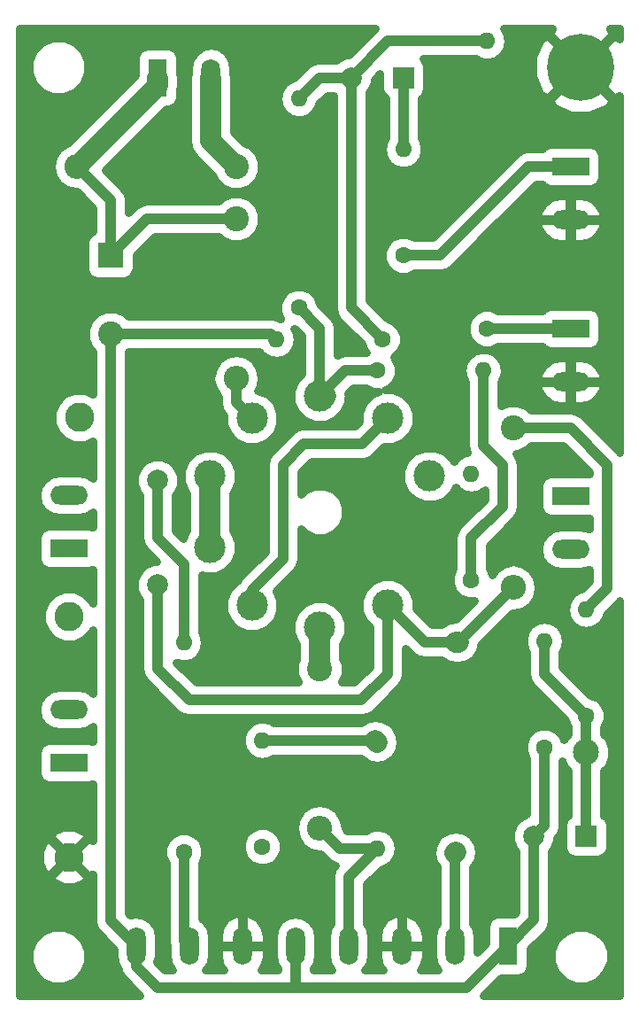
<source format=gbr>
G04 #@! TF.FileFunction,Copper,L2,Bot,Signal*
%FSLAX46Y46*%
G04 Gerber Fmt 4.6, Leading zero omitted, Abs format (unit mm)*
G04 Created by KiCad (PCBNEW 4.0.6) date Friday, 28 July 2017 'PMt' 19:42:32*
%MOMM*%
%LPD*%
G01*
G04 APERTURE LIST*
%ADD10C,0.100000*%
%ADD11C,1.600000*%
%ADD12O,1.600000X1.600000*%
%ADD13R,2.400000X2.400000*%
%ADD14C,2.400000*%
%ADD15C,6.400000*%
%ADD16C,2.800000*%
%ADD17R,3.600000X1.800000*%
%ADD18O,3.600000X1.800000*%
%ADD19R,1.800000X3.600000*%
%ADD20O,1.800000X3.600000*%
%ADD21C,3.000000*%
%ADD22O,2.400000X2.400000*%
%ADD23R,2.000000X2.000000*%
%ADD24C,2.000000*%
%ADD25C,2.500000*%
%ADD26C,1.000000*%
%ADD27C,2.000000*%
%ADD28C,0.800000*%
G04 APERTURE END LIST*
D10*
D11*
X200500000Y-85500000D03*
D12*
X200500000Y-65500000D03*
D13*
X182500000Y-80500000D03*
D14*
X182500000Y-88000000D03*
D11*
X189500000Y-137500000D03*
D12*
X189500000Y-117500000D03*
D11*
X215500000Y-137500000D03*
D12*
X215500000Y-117500000D03*
D15*
X227500000Y-62500000D03*
D11*
X208000000Y-127000000D03*
D12*
X208000000Y-137160000D03*
D11*
X197000000Y-137000000D03*
D12*
X197000000Y-126840000D03*
D16*
X178500000Y-115000000D03*
X179500000Y-96000000D03*
X178500000Y-138000000D03*
D17*
X226500000Y-103500000D03*
D18*
X226500000Y-108580000D03*
D17*
X178500000Y-129000000D03*
D18*
X178500000Y-123920000D03*
D17*
X178500000Y-108500000D03*
D18*
X178500000Y-103420000D03*
D19*
X187000000Y-63500000D03*
D20*
X192080000Y-63500000D03*
D17*
X226500000Y-87500000D03*
D18*
X226500000Y-92580000D03*
D17*
X226500000Y-72000000D03*
D18*
X226500000Y-77080000D03*
D11*
X208500000Y-88500000D03*
D12*
X198340000Y-88500000D03*
D11*
X217000000Y-111500000D03*
D12*
X217000000Y-101340000D03*
D11*
X208000000Y-91500000D03*
D12*
X218160000Y-91500000D03*
D11*
X210500000Y-80500000D03*
D12*
X210500000Y-70340000D03*
D11*
X218500000Y-87500000D03*
D12*
X218500000Y-60000000D03*
D21*
X208989435Y-113931484D03*
X202500041Y-116040367D03*
X196010602Y-113931820D03*
X192000019Y-108411708D03*
X191999956Y-101588329D03*
X196010688Y-96068136D03*
X202499959Y-93959633D03*
X208989398Y-96068180D03*
X212999981Y-101588292D03*
D14*
X194500000Y-77000000D03*
D22*
X194500000Y-92240000D03*
D14*
X202500000Y-120000000D03*
D22*
X202500000Y-135240000D03*
D14*
X221000000Y-97000000D03*
D22*
X221000000Y-112240000D03*
D14*
X194500000Y-72000000D03*
D22*
X179260000Y-72000000D03*
D23*
X210500000Y-63500000D03*
D24*
X205500000Y-63500000D03*
X187000000Y-112000000D03*
X187000000Y-102000000D03*
D19*
X220500000Y-146500000D03*
D20*
X215420000Y-146500000D03*
X210340000Y-146500000D03*
X205260000Y-146500000D03*
X200180000Y-146500000D03*
X195100000Y-146500000D03*
X190020000Y-146500000D03*
X184940000Y-146500000D03*
D23*
X228000000Y-136000000D03*
D24*
X223000000Y-136000000D03*
D25*
X228000000Y-128000000D03*
D11*
X228000000Y-124500000D03*
D12*
X228000000Y-114340000D03*
D11*
X224000000Y-127500000D03*
D12*
X224000000Y-117340000D03*
D26*
X223000000Y-136000000D02*
X223000000Y-144000000D01*
X223000000Y-144000000D02*
X220500000Y-146500000D01*
X224000000Y-127500000D02*
X224000000Y-135000000D01*
X224000000Y-135000000D02*
X223000000Y-136000000D01*
X200180000Y-146500000D02*
X200180000Y-150500000D01*
X200000000Y-150320000D02*
X200000000Y-150500000D01*
X200180000Y-150500000D02*
X200000000Y-150320000D01*
X184940000Y-146500000D02*
X184940000Y-148440000D01*
X216500000Y-150500000D02*
X220500000Y-146500000D01*
X200000000Y-150500000D02*
X216500000Y-150500000D01*
X187000000Y-150500000D02*
X200000000Y-150500000D01*
X184940000Y-148440000D02*
X187000000Y-150500000D01*
X182500000Y-88000000D02*
X182500000Y-144060000D01*
X182500000Y-144060000D02*
X184940000Y-146500000D01*
X182500000Y-88000000D02*
X197840000Y-88000000D01*
X197840000Y-88000000D02*
X198340000Y-88500000D01*
X221000000Y-97000000D02*
X226500000Y-97000000D01*
X230000000Y-112340000D02*
X228000000Y-114340000D01*
X230000000Y-100500000D02*
X230000000Y-112340000D01*
X226500000Y-97000000D02*
X230000000Y-100500000D01*
X194500000Y-77000000D02*
X186000000Y-77000000D01*
X186000000Y-77000000D02*
X182500000Y-80500000D01*
X182500000Y-80500000D02*
X182500000Y-75240000D01*
X182500000Y-75240000D02*
X179260000Y-72000000D01*
D27*
X187000000Y-63500000D02*
X187000000Y-64260000D01*
X187000000Y-64260000D02*
X179260000Y-72000000D01*
D26*
X187000000Y-112000000D02*
X187000000Y-120000000D01*
X208989435Y-120510565D02*
X208989435Y-113931484D01*
X206500000Y-123000000D02*
X208989435Y-120510565D01*
X190000000Y-123000000D02*
X206500000Y-123000000D01*
X187000000Y-120000000D02*
X190000000Y-123000000D01*
D27*
X215500000Y-117500000D02*
X215740000Y-117500000D01*
D26*
X215740000Y-117500000D02*
X221000000Y-112240000D01*
X215500000Y-117500000D02*
X212557951Y-117500000D01*
X212557951Y-117500000D02*
X208989435Y-113931484D01*
D27*
X192000019Y-108411708D02*
X192000019Y-101588392D01*
X192000019Y-101588392D02*
X191999956Y-101588329D01*
D26*
X215420000Y-146500000D02*
X215420000Y-137580000D01*
D27*
X215420000Y-137580000D02*
X215500000Y-137500000D01*
D26*
X189500000Y-137500000D02*
X189500000Y-145980000D01*
X189500000Y-145980000D02*
X190020000Y-146500000D01*
X189500000Y-117500000D02*
X189500000Y-110000000D01*
X187000000Y-107500000D02*
X187000000Y-102000000D01*
X189500000Y-110000000D02*
X187000000Y-107500000D01*
X194500000Y-92240000D02*
X194500000Y-94557448D01*
X194500000Y-94557448D02*
X196010688Y-96068136D01*
X195500000Y-95557448D02*
X196010688Y-96068136D01*
X218500000Y-87500000D02*
X226500000Y-87500000D01*
X208000000Y-91500000D02*
X204959592Y-91500000D01*
X204959592Y-91500000D02*
X202499959Y-93959633D01*
X202499959Y-93959633D02*
X202499959Y-87499959D01*
X202499959Y-87499959D02*
X200500000Y-85500000D01*
D27*
X202499959Y-93959633D02*
X203040367Y-93959633D01*
D26*
X205500000Y-63500000D02*
X205500000Y-85500000D01*
X205500000Y-85500000D02*
X208500000Y-88500000D01*
X205500000Y-63500000D02*
X202500000Y-63500000D01*
X202500000Y-63500000D02*
X200500000Y-65500000D01*
X218500000Y-60000000D02*
X209000000Y-60000000D01*
X209000000Y-60000000D02*
X205500000Y-63500000D01*
X210500000Y-70340000D02*
X210500000Y-63500000D01*
X205260000Y-146500000D02*
X205260000Y-139900000D01*
X205260000Y-139900000D02*
X208000000Y-137160000D01*
X208000000Y-137160000D02*
X204420000Y-137160000D01*
X204420000Y-137160000D02*
X202500000Y-135240000D01*
X196010602Y-113931820D02*
X196010602Y-112489398D01*
X196010602Y-112489398D02*
X199000000Y-109500000D01*
X206557578Y-98500000D02*
X208989398Y-96068180D01*
X201000000Y-98500000D02*
X206557578Y-98500000D01*
X199000000Y-100500000D02*
X201000000Y-98500000D01*
X199000000Y-109500000D02*
X199000000Y-100500000D01*
X217000000Y-111500000D02*
X217000000Y-107500000D01*
X218160000Y-98660000D02*
X218160000Y-91500000D01*
X220000000Y-100500000D02*
X218160000Y-98660000D01*
X220000000Y-104500000D02*
X220000000Y-100500000D01*
X217000000Y-107500000D02*
X220000000Y-104500000D01*
X197000000Y-126840000D02*
X207840000Y-126840000D01*
D27*
X207840000Y-126840000D02*
X208000000Y-127000000D01*
X202500000Y-120000000D02*
X202500000Y-116040408D01*
X202500000Y-116040408D02*
X202500041Y-116040367D01*
D26*
X210500000Y-80500000D02*
X214000000Y-80500000D01*
X222500000Y-72000000D02*
X226500000Y-72000000D01*
X214000000Y-80500000D02*
X222500000Y-72000000D01*
D27*
X192080000Y-63500000D02*
X192080000Y-69580000D01*
X192080000Y-69580000D02*
X194500000Y-72000000D01*
D26*
X228000000Y-136000000D02*
X228000000Y-128000000D01*
X224000000Y-117340000D02*
X224000000Y-120500000D01*
X224000000Y-120500000D02*
X228000000Y-124500000D01*
X228000000Y-124500000D02*
X228000000Y-128000000D01*
D28*
G36*
X224502598Y-59361176D02*
X227500000Y-62358579D01*
X230497402Y-59361176D01*
X230232734Y-58775000D01*
X231225000Y-58775000D01*
X231225000Y-59767266D01*
X230638824Y-59502598D01*
X227641421Y-62500000D01*
X230638824Y-65497402D01*
X231225000Y-65232734D01*
X231225000Y-99332217D01*
X231202082Y-99297918D01*
X231202079Y-99297916D01*
X227702082Y-95797918D01*
X227150562Y-95429405D01*
X226500000Y-95299999D01*
X226499995Y-95300000D01*
X222694120Y-95300000D01*
X222361266Y-94966565D01*
X221479484Y-94600417D01*
X220524705Y-94599584D01*
X219860000Y-94874234D01*
X219860000Y-93038228D01*
X223346108Y-93038228D01*
X223436808Y-93367784D01*
X223902943Y-94135635D01*
X224627440Y-94666655D01*
X225500000Y-94880000D01*
X226400000Y-94880000D01*
X226400000Y-92680000D01*
X226600000Y-92680000D01*
X226600000Y-94880000D01*
X227500000Y-94880000D01*
X228372560Y-94666655D01*
X229097057Y-94135635D01*
X229563192Y-93367784D01*
X229653892Y-93038228D01*
X229347434Y-92680000D01*
X226600000Y-92680000D01*
X226400000Y-92680000D01*
X223652566Y-92680000D01*
X223346108Y-93038228D01*
X219860000Y-93038228D01*
X219860000Y-92545144D01*
X220046941Y-92265367D01*
X220075503Y-92121772D01*
X223346108Y-92121772D01*
X223652566Y-92480000D01*
X226400000Y-92480000D01*
X226400000Y-90280000D01*
X226600000Y-90280000D01*
X226600000Y-92480000D01*
X229347434Y-92480000D01*
X229653892Y-92121772D01*
X229563192Y-91792216D01*
X229097057Y-91024365D01*
X228372560Y-90493345D01*
X227500000Y-90280000D01*
X226600000Y-90280000D01*
X226400000Y-90280000D01*
X225500000Y-90280000D01*
X224627440Y-90493345D01*
X223902943Y-91024365D01*
X223436808Y-91792216D01*
X223346108Y-92121772D01*
X220075503Y-92121772D01*
X220199182Y-91500000D01*
X220046941Y-90734633D01*
X219613396Y-90085786D01*
X218964549Y-89652241D01*
X218199182Y-89500000D01*
X218120818Y-89500000D01*
X217355451Y-89652241D01*
X216706604Y-90085786D01*
X216273059Y-90734633D01*
X216120818Y-91500000D01*
X216273059Y-92265367D01*
X216460000Y-92545144D01*
X216460000Y-98659995D01*
X216459999Y-98660000D01*
X216589405Y-99310562D01*
X216631828Y-99374052D01*
X216234633Y-99453059D01*
X215585786Y-99886604D01*
X215358693Y-100226473D01*
X215290264Y-100060863D01*
X214531405Y-99300678D01*
X213539400Y-98888762D01*
X212465274Y-98887824D01*
X211472552Y-99298009D01*
X210712367Y-100056868D01*
X210300451Y-101048873D01*
X210299513Y-102122999D01*
X210709698Y-103115721D01*
X211468557Y-103875906D01*
X212460562Y-104287822D01*
X213534688Y-104288760D01*
X214527410Y-103878575D01*
X215287595Y-103119716D01*
X215485449Y-102643231D01*
X215585786Y-102793396D01*
X216234633Y-103226941D01*
X217000000Y-103379182D01*
X217765367Y-103226941D01*
X218300000Y-102869711D01*
X218300000Y-103795837D01*
X215797918Y-106297918D01*
X215429405Y-106849438D01*
X215299999Y-107500000D01*
X215300000Y-107500005D01*
X215300000Y-110378788D01*
X215000348Y-111100430D01*
X214999654Y-111896079D01*
X215303494Y-112631429D01*
X215865612Y-113194529D01*
X216600430Y-113499652D01*
X217335543Y-113500293D01*
X215535836Y-115300000D01*
X215500000Y-115300000D01*
X214658096Y-115467465D01*
X214160422Y-115800000D01*
X213262114Y-115800000D01*
X211689178Y-114227063D01*
X211689903Y-113396777D01*
X211279718Y-112404055D01*
X210520859Y-111643870D01*
X209528854Y-111231954D01*
X208454728Y-111231016D01*
X207462006Y-111641201D01*
X206701821Y-112400060D01*
X206289905Y-113392065D01*
X206288967Y-114466191D01*
X206699152Y-115458913D01*
X207289435Y-116050227D01*
X207289435Y-119806402D01*
X205795836Y-121300000D01*
X204558875Y-121300000D01*
X204899583Y-120479484D01*
X204900416Y-119524705D01*
X204700000Y-119039661D01*
X204700000Y-117659293D01*
X204787655Y-117571791D01*
X205199571Y-116579786D01*
X205200509Y-115505660D01*
X204790324Y-114512938D01*
X204031465Y-113752753D01*
X203039460Y-113340837D01*
X201965334Y-113339899D01*
X200972612Y-113750084D01*
X200212427Y-114508943D01*
X199800511Y-115500948D01*
X199799573Y-116575074D01*
X200209758Y-117567796D01*
X200300000Y-117658196D01*
X200300000Y-119039867D01*
X200100417Y-119520516D01*
X200099584Y-120475295D01*
X200440345Y-121300000D01*
X190704163Y-121300000D01*
X188805127Y-119400963D01*
X189500000Y-119539182D01*
X190265367Y-119386941D01*
X190914214Y-118953396D01*
X191347759Y-118304549D01*
X191500000Y-117539182D01*
X191500000Y-117460818D01*
X191347759Y-116695451D01*
X191200000Y-116474314D01*
X191200000Y-111003028D01*
X191460600Y-111111238D01*
X192534726Y-111112176D01*
X193527448Y-110701991D01*
X194287633Y-109943132D01*
X194699549Y-108951127D01*
X194700487Y-107877001D01*
X194290302Y-106884279D01*
X194200019Y-106793838D01*
X194200019Y-103207151D01*
X194287570Y-103119753D01*
X194699486Y-102127748D01*
X194700424Y-101053622D01*
X194290239Y-100060900D01*
X193531380Y-99300715D01*
X192539375Y-98888799D01*
X191465249Y-98887861D01*
X190472527Y-99298046D01*
X189712342Y-100056905D01*
X189300426Y-101048910D01*
X189299488Y-102123036D01*
X189709673Y-103115758D01*
X189800019Y-103206262D01*
X189800019Y-106792823D01*
X189712405Y-106880284D01*
X189440139Y-107535975D01*
X188700000Y-106795836D01*
X188700000Y-103411523D01*
X188863982Y-103247827D01*
X189199618Y-102439527D01*
X189200381Y-101564313D01*
X188866157Y-100755428D01*
X188247827Y-100136018D01*
X187439527Y-99800382D01*
X186564313Y-99799619D01*
X185755428Y-100133843D01*
X185136018Y-100752173D01*
X184800382Y-101560473D01*
X184799619Y-102435687D01*
X185133843Y-103244572D01*
X185300000Y-103411019D01*
X185300000Y-107499995D01*
X185299999Y-107500000D01*
X185429405Y-108150562D01*
X185797918Y-108702082D01*
X186895744Y-109799908D01*
X186564313Y-109799619D01*
X185755428Y-110133843D01*
X185136018Y-110752173D01*
X184800382Y-111560473D01*
X184799619Y-112435687D01*
X185133843Y-113244572D01*
X185300000Y-113411019D01*
X185300000Y-119999995D01*
X185299999Y-120000000D01*
X185429405Y-120650562D01*
X185797918Y-121202082D01*
X188797916Y-124202079D01*
X188797918Y-124202082D01*
X189349438Y-124570595D01*
X189457374Y-124592065D01*
X190000000Y-124700001D01*
X190000005Y-124700000D01*
X206499995Y-124700000D01*
X206500000Y-124700001D01*
X207150562Y-124570595D01*
X207702082Y-124202082D01*
X210191514Y-121712649D01*
X210191517Y-121712647D01*
X210560030Y-121161127D01*
X210581500Y-121053191D01*
X210689436Y-120510565D01*
X210689435Y-120510560D01*
X210689435Y-118035647D01*
X211355867Y-118702079D01*
X211355869Y-118702082D01*
X211907389Y-119070595D01*
X212015325Y-119092065D01*
X212557951Y-119200001D01*
X212557956Y-119200000D01*
X214160422Y-119200000D01*
X214658096Y-119532535D01*
X215500000Y-119700000D01*
X215740000Y-119700000D01*
X216581904Y-119532535D01*
X217295635Y-119055635D01*
X217772535Y-118341904D01*
X217889306Y-117754858D01*
X220964254Y-114679909D01*
X221000000Y-114687019D01*
X221918440Y-114504330D01*
X222697056Y-113984075D01*
X223217311Y-113205459D01*
X223400000Y-112287019D01*
X223400000Y-112192981D01*
X223217311Y-111274541D01*
X222697056Y-110495925D01*
X221918440Y-109975670D01*
X221000000Y-109792981D01*
X220081560Y-109975670D01*
X219302944Y-110495925D01*
X218960741Y-111008068D01*
X218700000Y-110377027D01*
X218700000Y-108204164D01*
X221202079Y-105702084D01*
X221202082Y-105702082D01*
X221570595Y-105150562D01*
X221625206Y-104876014D01*
X221700001Y-104500000D01*
X221700000Y-104499995D01*
X221700000Y-100500005D01*
X221700001Y-100500000D01*
X221570595Y-99849438D01*
X221374431Y-99555857D01*
X221270449Y-99400237D01*
X221475295Y-99400416D01*
X222357715Y-99035808D01*
X222694109Y-98700000D01*
X225795836Y-98700000D01*
X228300000Y-101204163D01*
X228300000Y-101376491D01*
X224700000Y-101376491D01*
X224255307Y-101460166D01*
X223846883Y-101722979D01*
X223572886Y-102123986D01*
X223476491Y-102600000D01*
X223476491Y-104400000D01*
X223560166Y-104844693D01*
X223822979Y-105253117D01*
X224223986Y-105527114D01*
X224700000Y-105623509D01*
X228300000Y-105623509D01*
X228300000Y-106664971D01*
X228262408Y-106639853D01*
X227458773Y-106480000D01*
X225541227Y-106480000D01*
X224737592Y-106639853D01*
X224056303Y-107095076D01*
X223601080Y-107776365D01*
X223441227Y-108580000D01*
X223601080Y-109383635D01*
X224056303Y-110064924D01*
X224737592Y-110520147D01*
X225541227Y-110680000D01*
X227458773Y-110680000D01*
X228262408Y-110520147D01*
X228300000Y-110495029D01*
X228300000Y-111635837D01*
X227544392Y-112391444D01*
X227234633Y-112453059D01*
X226585786Y-112886604D01*
X226152241Y-113535451D01*
X226000000Y-114300818D01*
X226000000Y-114379182D01*
X226152241Y-115144549D01*
X226585786Y-115793396D01*
X227234633Y-116226941D01*
X228000000Y-116379182D01*
X228765367Y-116226941D01*
X229414214Y-115793396D01*
X229847759Y-115144549D01*
X229909374Y-114834790D01*
X231202079Y-113542084D01*
X231202082Y-113542082D01*
X231225000Y-113507783D01*
X231225000Y-151225000D01*
X218179164Y-151225000D01*
X219880654Y-149523509D01*
X221400000Y-149523509D01*
X221844693Y-149439834D01*
X222253117Y-149177021D01*
X222527114Y-148776014D01*
X222623509Y-148300000D01*
X222623509Y-148054511D01*
X224699515Y-148054511D01*
X225124892Y-149084000D01*
X225911857Y-149872340D01*
X226940602Y-150299513D01*
X228054511Y-150300485D01*
X229084000Y-149875108D01*
X229872340Y-149088143D01*
X230299513Y-148059398D01*
X230300485Y-146945489D01*
X229875108Y-145916000D01*
X229088143Y-145127660D01*
X228059398Y-144700487D01*
X226945489Y-144699515D01*
X225916000Y-145124892D01*
X225127660Y-145911857D01*
X224700487Y-146940602D01*
X224699515Y-148054511D01*
X222623509Y-148054511D01*
X222623509Y-146780655D01*
X224202079Y-145202084D01*
X224202082Y-145202082D01*
X224570595Y-144650562D01*
X224575194Y-144627440D01*
X224700001Y-144000000D01*
X224700000Y-143999995D01*
X224700000Y-137411523D01*
X224863982Y-137247827D01*
X225199618Y-136439527D01*
X225199823Y-136204340D01*
X225202079Y-136202084D01*
X225202082Y-136202082D01*
X225570595Y-135650562D01*
X225592065Y-135542626D01*
X225700001Y-135000000D01*
X225700000Y-134999995D01*
X225700000Y-128849251D01*
X225921780Y-129386000D01*
X226300000Y-129764881D01*
X226300000Y-134024451D01*
X226146883Y-134122979D01*
X225872886Y-134523986D01*
X225776491Y-135000000D01*
X225776491Y-137000000D01*
X225860166Y-137444693D01*
X226122979Y-137853117D01*
X226523986Y-138127114D01*
X227000000Y-138223509D01*
X229000000Y-138223509D01*
X229444693Y-138139834D01*
X229853117Y-137877021D01*
X230127114Y-137476014D01*
X230223509Y-137000000D01*
X230223509Y-135000000D01*
X230139834Y-134555307D01*
X229877021Y-134146883D01*
X229700000Y-134025929D01*
X229700000Y-129764768D01*
X230075798Y-129389625D01*
X230449573Y-128489473D01*
X230450424Y-127514803D01*
X230078220Y-126614000D01*
X229700000Y-126235119D01*
X229700000Y-125621212D01*
X229999652Y-124899570D01*
X230000346Y-124103921D01*
X229696506Y-123368571D01*
X229134388Y-122805471D01*
X228408020Y-122503857D01*
X225700000Y-119795836D01*
X225700000Y-118365686D01*
X225847759Y-118144549D01*
X226000000Y-117379182D01*
X226000000Y-117300818D01*
X225847759Y-116535451D01*
X225414214Y-115886604D01*
X224765367Y-115453059D01*
X224000000Y-115300818D01*
X223234633Y-115453059D01*
X222585786Y-115886604D01*
X222152241Y-116535451D01*
X222000000Y-117300818D01*
X222000000Y-117379182D01*
X222152241Y-118144549D01*
X222300000Y-118365686D01*
X222300000Y-120499995D01*
X222299999Y-120500000D01*
X222429405Y-121150562D01*
X222797918Y-121702082D01*
X226005103Y-124909266D01*
X226300000Y-125622973D01*
X226300000Y-126235232D01*
X225924202Y-126610375D01*
X225860152Y-126764625D01*
X225696506Y-126368571D01*
X225134388Y-125805471D01*
X224399570Y-125500348D01*
X223603921Y-125499654D01*
X222868571Y-125803494D01*
X222305471Y-126365612D01*
X222000348Y-127100430D01*
X221999654Y-127896079D01*
X222300000Y-128622973D01*
X222300000Y-133908831D01*
X221755428Y-134133843D01*
X221136018Y-134752173D01*
X220800382Y-135560473D01*
X220799619Y-136435687D01*
X221133843Y-137244572D01*
X221300000Y-137411019D01*
X221300000Y-143295837D01*
X221119346Y-143476491D01*
X219600000Y-143476491D01*
X219155307Y-143560166D01*
X218746883Y-143822979D01*
X218472886Y-144223986D01*
X218376491Y-144700000D01*
X218376491Y-146219346D01*
X217520000Y-147075837D01*
X217520000Y-145541227D01*
X217360147Y-144737592D01*
X217120000Y-144378187D01*
X217120000Y-138959306D01*
X217532535Y-138341903D01*
X217700000Y-137500000D01*
X217532535Y-136658097D01*
X217055635Y-135944365D01*
X216341903Y-135467465D01*
X215500000Y-135300000D01*
X214658097Y-135467465D01*
X213944365Y-135944365D01*
X213864365Y-136024365D01*
X213387465Y-136738097D01*
X213220000Y-137580000D01*
X213387465Y-138421903D01*
X213720000Y-138919577D01*
X213720000Y-144378187D01*
X213479853Y-144737592D01*
X213320000Y-145541227D01*
X213320000Y-147458773D01*
X213479853Y-148262408D01*
X213839061Y-148800000D01*
X212113363Y-148800000D01*
X212426655Y-148372560D01*
X212640000Y-147500000D01*
X212640000Y-146600000D01*
X210440000Y-146600000D01*
X210440000Y-146620000D01*
X210240000Y-146620000D01*
X210240000Y-146600000D01*
X208040000Y-146600000D01*
X208040000Y-147500000D01*
X208253345Y-148372560D01*
X208566637Y-148800000D01*
X206840939Y-148800000D01*
X207200147Y-148262408D01*
X207360000Y-147458773D01*
X207360000Y-145541227D01*
X207351800Y-145500000D01*
X208040000Y-145500000D01*
X208040000Y-146400000D01*
X210240000Y-146400000D01*
X210240000Y-143652566D01*
X210440000Y-143652566D01*
X210440000Y-146400000D01*
X212640000Y-146400000D01*
X212640000Y-145500000D01*
X212426655Y-144627440D01*
X211895635Y-143902943D01*
X211127784Y-143436808D01*
X210798228Y-143346108D01*
X210440000Y-143652566D01*
X210240000Y-143652566D01*
X209881772Y-143346108D01*
X209552216Y-143436808D01*
X208784365Y-143902943D01*
X208253345Y-144627440D01*
X208040000Y-145500000D01*
X207351800Y-145500000D01*
X207200147Y-144737592D01*
X206960000Y-144378187D01*
X206960000Y-140604164D01*
X208455607Y-139108556D01*
X208765367Y-139046941D01*
X209414214Y-138613396D01*
X209847759Y-137964549D01*
X210000000Y-137199182D01*
X210000000Y-137120818D01*
X209847759Y-136355451D01*
X209414214Y-135706604D01*
X208765367Y-135273059D01*
X208000000Y-135120818D01*
X207234633Y-135273059D01*
X206954856Y-135460000D01*
X205124163Y-135460000D01*
X204900000Y-135235837D01*
X204900000Y-135192981D01*
X204717311Y-134274541D01*
X204197056Y-133495925D01*
X203418440Y-132975670D01*
X202500000Y-132792981D01*
X201581560Y-132975670D01*
X200802944Y-133495925D01*
X200282689Y-134274541D01*
X200100000Y-135192981D01*
X200100000Y-135287019D01*
X200282689Y-136205459D01*
X200802944Y-136984075D01*
X201581560Y-137504330D01*
X202500000Y-137687019D01*
X202535745Y-137679909D01*
X203217916Y-138362079D01*
X203217918Y-138362082D01*
X203625454Y-138634388D01*
X203769438Y-138730595D01*
X204004802Y-138777412D01*
X203689405Y-139249438D01*
X203559999Y-139900000D01*
X203560000Y-139900005D01*
X203560000Y-144378187D01*
X203319853Y-144737592D01*
X203160000Y-145541227D01*
X203160000Y-147458773D01*
X203319853Y-148262408D01*
X203679061Y-148800000D01*
X201880000Y-148800000D01*
X201880000Y-148621813D01*
X202120147Y-148262408D01*
X202280000Y-147458773D01*
X202280000Y-145541227D01*
X202120147Y-144737592D01*
X201664924Y-144056303D01*
X200983635Y-143601080D01*
X200180000Y-143441227D01*
X199376365Y-143601080D01*
X198695076Y-144056303D01*
X198239853Y-144737592D01*
X198080000Y-145541227D01*
X198080000Y-147458773D01*
X198239853Y-148262408D01*
X198480000Y-148621813D01*
X198480000Y-148800000D01*
X196873363Y-148800000D01*
X197186655Y-148372560D01*
X197400000Y-147500000D01*
X197400000Y-146600000D01*
X195200000Y-146600000D01*
X195200000Y-146620000D01*
X195000000Y-146620000D01*
X195000000Y-146600000D01*
X192800000Y-146600000D01*
X192800000Y-147500000D01*
X193013345Y-148372560D01*
X193326637Y-148800000D01*
X191600939Y-148800000D01*
X191960147Y-148262408D01*
X192120000Y-147458773D01*
X192120000Y-145541227D01*
X192111800Y-145500000D01*
X192800000Y-145500000D01*
X192800000Y-146400000D01*
X195000000Y-146400000D01*
X195000000Y-143652566D01*
X195200000Y-143652566D01*
X195200000Y-146400000D01*
X197400000Y-146400000D01*
X197400000Y-145500000D01*
X197186655Y-144627440D01*
X196655635Y-143902943D01*
X195887784Y-143436808D01*
X195558228Y-143346108D01*
X195200000Y-143652566D01*
X195000000Y-143652566D01*
X194641772Y-143346108D01*
X194312216Y-143436808D01*
X193544365Y-143902943D01*
X193013345Y-144627440D01*
X192800000Y-145500000D01*
X192111800Y-145500000D01*
X191960147Y-144737592D01*
X191504924Y-144056303D01*
X191200000Y-143852559D01*
X191200000Y-138621212D01*
X191499652Y-137899570D01*
X191500091Y-137396079D01*
X194999654Y-137396079D01*
X195303494Y-138131429D01*
X195865612Y-138694529D01*
X196600430Y-138999652D01*
X197396079Y-139000346D01*
X198131429Y-138696506D01*
X198694529Y-138134388D01*
X198999652Y-137399570D01*
X199000346Y-136603921D01*
X198696506Y-135868571D01*
X198134388Y-135305471D01*
X197399570Y-135000348D01*
X196603921Y-134999654D01*
X195868571Y-135303494D01*
X195305471Y-135865612D01*
X195000348Y-136600430D01*
X194999654Y-137396079D01*
X191500091Y-137396079D01*
X191500346Y-137103921D01*
X191196506Y-136368571D01*
X190634388Y-135805471D01*
X189899570Y-135500348D01*
X189103921Y-135499654D01*
X188368571Y-135803494D01*
X187805471Y-136365612D01*
X187500348Y-137100430D01*
X187499654Y-137896079D01*
X187800000Y-138622973D01*
X187800000Y-145979995D01*
X187799999Y-145980000D01*
X187920000Y-146583280D01*
X187920000Y-147458773D01*
X188079853Y-148262408D01*
X188439061Y-148800000D01*
X187704163Y-148800000D01*
X186927668Y-148023504D01*
X187040000Y-147458773D01*
X187040000Y-145541227D01*
X186880147Y-144737592D01*
X186424924Y-144056303D01*
X185743635Y-143601080D01*
X184940000Y-143441227D01*
X184393997Y-143549834D01*
X184200000Y-143355836D01*
X184200000Y-126800818D01*
X195000000Y-126800818D01*
X195000000Y-126879182D01*
X195152241Y-127644549D01*
X195585786Y-128293396D01*
X196234633Y-128726941D01*
X197000000Y-128879182D01*
X197765367Y-128726941D01*
X198045144Y-128540000D01*
X206428730Y-128540000D01*
X206444365Y-128555635D01*
X207158097Y-129032535D01*
X208000000Y-129200000D01*
X208841903Y-129032535D01*
X209555635Y-128555635D01*
X210032535Y-127841903D01*
X210200000Y-127000000D01*
X210032535Y-126158097D01*
X209555635Y-125444365D01*
X209395635Y-125284365D01*
X208681903Y-124807465D01*
X207840000Y-124640000D01*
X206998097Y-124807465D01*
X206500423Y-125140000D01*
X198045144Y-125140000D01*
X197765367Y-124953059D01*
X197000000Y-124800818D01*
X196234633Y-124953059D01*
X195585786Y-125386604D01*
X195152241Y-126035451D01*
X195000000Y-126800818D01*
X184200000Y-126800818D01*
X184200000Y-92192981D01*
X192100000Y-92192981D01*
X192100000Y-92287019D01*
X192282689Y-93205459D01*
X192800000Y-93979669D01*
X192800000Y-94557443D01*
X192799999Y-94557448D01*
X192929405Y-95208010D01*
X193297918Y-95759530D01*
X193310945Y-95772557D01*
X193310220Y-96602843D01*
X193720405Y-97595565D01*
X194479264Y-98355750D01*
X195471269Y-98767666D01*
X196545395Y-98768604D01*
X197538117Y-98358419D01*
X198298302Y-97599560D01*
X198710218Y-96607555D01*
X198711156Y-95533429D01*
X198300971Y-94540707D01*
X197542112Y-93780522D01*
X196595661Y-93387521D01*
X196717311Y-93205459D01*
X196900000Y-92287019D01*
X196900000Y-92192981D01*
X196717311Y-91274541D01*
X196197056Y-90495925D01*
X195418440Y-89975670D01*
X194500000Y-89792981D01*
X193581560Y-89975670D01*
X192802944Y-90495925D01*
X192282689Y-91274541D01*
X192100000Y-92192981D01*
X184200000Y-92192981D01*
X184200000Y-89700000D01*
X196743471Y-89700000D01*
X196886604Y-89914214D01*
X197535451Y-90347759D01*
X198300818Y-90500000D01*
X198379182Y-90500000D01*
X199144549Y-90347759D01*
X199793396Y-89914214D01*
X200226941Y-89265367D01*
X200379182Y-88500000D01*
X200226941Y-87734633D01*
X200058221Y-87482125D01*
X200091979Y-87496143D01*
X200799959Y-88204122D01*
X200799959Y-91841620D01*
X200212345Y-92428209D01*
X199800429Y-93420214D01*
X199799491Y-94494340D01*
X200209676Y-95487062D01*
X200968535Y-96247247D01*
X201960540Y-96659163D01*
X203034666Y-96660101D01*
X204027388Y-96249916D01*
X204787573Y-95491057D01*
X205199489Y-94499052D01*
X205199782Y-94163668D01*
X205240367Y-93959633D01*
X205200137Y-93757381D01*
X205200219Y-93663537D01*
X205663755Y-93200000D01*
X206878788Y-93200000D01*
X207600430Y-93499652D01*
X208134245Y-93500118D01*
X207461969Y-93777897D01*
X206701784Y-94536756D01*
X206289868Y-95528761D01*
X206289138Y-96364276D01*
X205853414Y-96800000D01*
X201000005Y-96800000D01*
X201000000Y-96799999D01*
X200349438Y-96929405D01*
X199797918Y-97297918D01*
X199797916Y-97297921D01*
X197797918Y-99297918D01*
X197429405Y-99849438D01*
X197299999Y-100500000D01*
X197300000Y-100500005D01*
X197300000Y-108795837D01*
X194808520Y-111287316D01*
X194605652Y-111590929D01*
X194483173Y-111641537D01*
X193722988Y-112400396D01*
X193311072Y-113392401D01*
X193310134Y-114466527D01*
X193720319Y-115459249D01*
X194479178Y-116219434D01*
X195471183Y-116631350D01*
X196545309Y-116632288D01*
X197538031Y-116222103D01*
X198298216Y-115463244D01*
X198710132Y-114471239D01*
X198711070Y-113397113D01*
X198359036Y-112545127D01*
X200202079Y-110702084D01*
X200202082Y-110702082D01*
X200570595Y-110150562D01*
X200573921Y-110133843D01*
X200700001Y-109500000D01*
X200700000Y-109499995D01*
X200700000Y-106664706D01*
X201110375Y-107075798D01*
X202010527Y-107449573D01*
X202985197Y-107450424D01*
X203886000Y-107078220D01*
X204575798Y-106389625D01*
X204949573Y-105489473D01*
X204950424Y-104514803D01*
X204578220Y-103614000D01*
X203889625Y-102924202D01*
X202989473Y-102550427D01*
X202014803Y-102549576D01*
X201114000Y-102921780D01*
X200700000Y-103335058D01*
X200700000Y-101204164D01*
X201704163Y-100200000D01*
X206557573Y-100200000D01*
X206557578Y-100200001D01*
X207208140Y-100070595D01*
X207759660Y-99702082D01*
X208693819Y-98767923D01*
X209524105Y-98768648D01*
X210516827Y-98358463D01*
X211277012Y-97599604D01*
X211688928Y-96607599D01*
X211689866Y-95533473D01*
X211279681Y-94540751D01*
X210520822Y-93780566D01*
X209528817Y-93368650D01*
X208716525Y-93367941D01*
X209131429Y-93196506D01*
X209694529Y-92634388D01*
X209999652Y-91899570D01*
X210000346Y-91103921D01*
X209696506Y-90368571D01*
X209555896Y-90227715D01*
X209631429Y-90196506D01*
X210194529Y-89634388D01*
X210499652Y-88899570D01*
X210500346Y-88103921D01*
X210414468Y-87896079D01*
X216499654Y-87896079D01*
X216803494Y-88631429D01*
X217365612Y-89194529D01*
X218100430Y-89499652D01*
X218896079Y-89500346D01*
X219622973Y-89200000D01*
X223788799Y-89200000D01*
X223822979Y-89253117D01*
X224223986Y-89527114D01*
X224700000Y-89623509D01*
X228300000Y-89623509D01*
X228744693Y-89539834D01*
X229153117Y-89277021D01*
X229427114Y-88876014D01*
X229523509Y-88400000D01*
X229523509Y-86600000D01*
X229439834Y-86155307D01*
X229177021Y-85746883D01*
X228776014Y-85472886D01*
X228300000Y-85376491D01*
X224700000Y-85376491D01*
X224255307Y-85460166D01*
X223846883Y-85722979D01*
X223794257Y-85800000D01*
X219621212Y-85800000D01*
X218899570Y-85500348D01*
X218103921Y-85499654D01*
X217368571Y-85803494D01*
X216805471Y-86365612D01*
X216500348Y-87100430D01*
X216499654Y-87896079D01*
X210414468Y-87896079D01*
X210196506Y-87368571D01*
X209634388Y-86805471D01*
X208908020Y-86503857D01*
X207200000Y-84795836D01*
X207200000Y-80896079D01*
X208499654Y-80896079D01*
X208803494Y-81631429D01*
X209365612Y-82194529D01*
X210100430Y-82499652D01*
X210896079Y-82500346D01*
X211622973Y-82200000D01*
X213999995Y-82200000D01*
X214000000Y-82200001D01*
X214650562Y-82070595D01*
X215202082Y-81702082D01*
X219365935Y-77538228D01*
X223346108Y-77538228D01*
X223436808Y-77867784D01*
X223902943Y-78635635D01*
X224627440Y-79166655D01*
X225500000Y-79380000D01*
X226400000Y-79380000D01*
X226400000Y-77180000D01*
X226600000Y-77180000D01*
X226600000Y-79380000D01*
X227500000Y-79380000D01*
X228372560Y-79166655D01*
X229097057Y-78635635D01*
X229563192Y-77867784D01*
X229653892Y-77538228D01*
X229347434Y-77180000D01*
X226600000Y-77180000D01*
X226400000Y-77180000D01*
X223652566Y-77180000D01*
X223346108Y-77538228D01*
X219365935Y-77538228D01*
X220282391Y-76621772D01*
X223346108Y-76621772D01*
X223652566Y-76980000D01*
X226400000Y-76980000D01*
X226400000Y-74780000D01*
X226600000Y-74780000D01*
X226600000Y-76980000D01*
X229347434Y-76980000D01*
X229653892Y-76621772D01*
X229563192Y-76292216D01*
X229097057Y-75524365D01*
X228372560Y-74993345D01*
X227500000Y-74780000D01*
X226600000Y-74780000D01*
X226400000Y-74780000D01*
X225500000Y-74780000D01*
X224627440Y-74993345D01*
X223902943Y-75524365D01*
X223436808Y-76292216D01*
X223346108Y-76621772D01*
X220282391Y-76621772D01*
X223204163Y-73700000D01*
X223788799Y-73700000D01*
X223822979Y-73753117D01*
X224223986Y-74027114D01*
X224700000Y-74123509D01*
X228300000Y-74123509D01*
X228744693Y-74039834D01*
X229153117Y-73777021D01*
X229427114Y-73376014D01*
X229523509Y-72900000D01*
X229523509Y-71100000D01*
X229439834Y-70655307D01*
X229177021Y-70246883D01*
X228776014Y-69972886D01*
X228300000Y-69876491D01*
X224700000Y-69876491D01*
X224255307Y-69960166D01*
X223846883Y-70222979D01*
X223794257Y-70300000D01*
X222500000Y-70300000D01*
X221849438Y-70429405D01*
X221297918Y-70797918D01*
X221297916Y-70797921D01*
X213295836Y-78800000D01*
X211621212Y-78800000D01*
X210899570Y-78500348D01*
X210103921Y-78499654D01*
X209368571Y-78803494D01*
X208805471Y-79365612D01*
X208500348Y-80100430D01*
X208499654Y-80896079D01*
X207200000Y-80896079D01*
X207200000Y-64911523D01*
X207363982Y-64747827D01*
X207699618Y-63939527D01*
X207699823Y-63704341D01*
X208276491Y-63127673D01*
X208276491Y-64500000D01*
X208360166Y-64944693D01*
X208622979Y-65353117D01*
X208800000Y-65474071D01*
X208800000Y-69314314D01*
X208652241Y-69535451D01*
X208500000Y-70300818D01*
X208500000Y-70379182D01*
X208652241Y-71144549D01*
X209085786Y-71793396D01*
X209734633Y-72226941D01*
X210500000Y-72379182D01*
X211265367Y-72226941D01*
X211914214Y-71793396D01*
X212347759Y-71144549D01*
X212500000Y-70379182D01*
X212500000Y-70300818D01*
X212347759Y-69535451D01*
X212200000Y-69314314D01*
X212200000Y-65638824D01*
X224502598Y-65638824D01*
X224824745Y-66352302D01*
X226502598Y-67082839D01*
X228332297Y-67115681D01*
X230035287Y-66445826D01*
X230175255Y-66352302D01*
X230497402Y-65638824D01*
X227500000Y-62641421D01*
X224502598Y-65638824D01*
X212200000Y-65638824D01*
X212200000Y-65475549D01*
X212353117Y-65377021D01*
X212627114Y-64976014D01*
X212723509Y-64500000D01*
X212723509Y-63332297D01*
X222884319Y-63332297D01*
X223554174Y-65035287D01*
X223647698Y-65175255D01*
X224361176Y-65497402D01*
X227358579Y-62500000D01*
X224361176Y-59502598D01*
X223647698Y-59824745D01*
X222917161Y-61502598D01*
X222884319Y-63332297D01*
X212723509Y-63332297D01*
X212723509Y-62500000D01*
X212639834Y-62055307D01*
X212411201Y-61700000D01*
X217454856Y-61700000D01*
X217734633Y-61886941D01*
X218500000Y-62039182D01*
X219265367Y-61886941D01*
X219914214Y-61453396D01*
X220347759Y-60804549D01*
X220500000Y-60039182D01*
X220500000Y-59960818D01*
X220347759Y-59195451D01*
X220066823Y-58775000D01*
X224767266Y-58775000D01*
X224502598Y-59361176D01*
X224502598Y-59361176D01*
G37*
X224502598Y-59361176D02*
X227500000Y-62358579D01*
X230497402Y-59361176D01*
X230232734Y-58775000D01*
X231225000Y-58775000D01*
X231225000Y-59767266D01*
X230638824Y-59502598D01*
X227641421Y-62500000D01*
X230638824Y-65497402D01*
X231225000Y-65232734D01*
X231225000Y-99332217D01*
X231202082Y-99297918D01*
X231202079Y-99297916D01*
X227702082Y-95797918D01*
X227150562Y-95429405D01*
X226500000Y-95299999D01*
X226499995Y-95300000D01*
X222694120Y-95300000D01*
X222361266Y-94966565D01*
X221479484Y-94600417D01*
X220524705Y-94599584D01*
X219860000Y-94874234D01*
X219860000Y-93038228D01*
X223346108Y-93038228D01*
X223436808Y-93367784D01*
X223902943Y-94135635D01*
X224627440Y-94666655D01*
X225500000Y-94880000D01*
X226400000Y-94880000D01*
X226400000Y-92680000D01*
X226600000Y-92680000D01*
X226600000Y-94880000D01*
X227500000Y-94880000D01*
X228372560Y-94666655D01*
X229097057Y-94135635D01*
X229563192Y-93367784D01*
X229653892Y-93038228D01*
X229347434Y-92680000D01*
X226600000Y-92680000D01*
X226400000Y-92680000D01*
X223652566Y-92680000D01*
X223346108Y-93038228D01*
X219860000Y-93038228D01*
X219860000Y-92545144D01*
X220046941Y-92265367D01*
X220075503Y-92121772D01*
X223346108Y-92121772D01*
X223652566Y-92480000D01*
X226400000Y-92480000D01*
X226400000Y-90280000D01*
X226600000Y-90280000D01*
X226600000Y-92480000D01*
X229347434Y-92480000D01*
X229653892Y-92121772D01*
X229563192Y-91792216D01*
X229097057Y-91024365D01*
X228372560Y-90493345D01*
X227500000Y-90280000D01*
X226600000Y-90280000D01*
X226400000Y-90280000D01*
X225500000Y-90280000D01*
X224627440Y-90493345D01*
X223902943Y-91024365D01*
X223436808Y-91792216D01*
X223346108Y-92121772D01*
X220075503Y-92121772D01*
X220199182Y-91500000D01*
X220046941Y-90734633D01*
X219613396Y-90085786D01*
X218964549Y-89652241D01*
X218199182Y-89500000D01*
X218120818Y-89500000D01*
X217355451Y-89652241D01*
X216706604Y-90085786D01*
X216273059Y-90734633D01*
X216120818Y-91500000D01*
X216273059Y-92265367D01*
X216460000Y-92545144D01*
X216460000Y-98659995D01*
X216459999Y-98660000D01*
X216589405Y-99310562D01*
X216631828Y-99374052D01*
X216234633Y-99453059D01*
X215585786Y-99886604D01*
X215358693Y-100226473D01*
X215290264Y-100060863D01*
X214531405Y-99300678D01*
X213539400Y-98888762D01*
X212465274Y-98887824D01*
X211472552Y-99298009D01*
X210712367Y-100056868D01*
X210300451Y-101048873D01*
X210299513Y-102122999D01*
X210709698Y-103115721D01*
X211468557Y-103875906D01*
X212460562Y-104287822D01*
X213534688Y-104288760D01*
X214527410Y-103878575D01*
X215287595Y-103119716D01*
X215485449Y-102643231D01*
X215585786Y-102793396D01*
X216234633Y-103226941D01*
X217000000Y-103379182D01*
X217765367Y-103226941D01*
X218300000Y-102869711D01*
X218300000Y-103795837D01*
X215797918Y-106297918D01*
X215429405Y-106849438D01*
X215299999Y-107500000D01*
X215300000Y-107500005D01*
X215300000Y-110378788D01*
X215000348Y-111100430D01*
X214999654Y-111896079D01*
X215303494Y-112631429D01*
X215865612Y-113194529D01*
X216600430Y-113499652D01*
X217335543Y-113500293D01*
X215535836Y-115300000D01*
X215500000Y-115300000D01*
X214658096Y-115467465D01*
X214160422Y-115800000D01*
X213262114Y-115800000D01*
X211689178Y-114227063D01*
X211689903Y-113396777D01*
X211279718Y-112404055D01*
X210520859Y-111643870D01*
X209528854Y-111231954D01*
X208454728Y-111231016D01*
X207462006Y-111641201D01*
X206701821Y-112400060D01*
X206289905Y-113392065D01*
X206288967Y-114466191D01*
X206699152Y-115458913D01*
X207289435Y-116050227D01*
X207289435Y-119806402D01*
X205795836Y-121300000D01*
X204558875Y-121300000D01*
X204899583Y-120479484D01*
X204900416Y-119524705D01*
X204700000Y-119039661D01*
X204700000Y-117659293D01*
X204787655Y-117571791D01*
X205199571Y-116579786D01*
X205200509Y-115505660D01*
X204790324Y-114512938D01*
X204031465Y-113752753D01*
X203039460Y-113340837D01*
X201965334Y-113339899D01*
X200972612Y-113750084D01*
X200212427Y-114508943D01*
X199800511Y-115500948D01*
X199799573Y-116575074D01*
X200209758Y-117567796D01*
X200300000Y-117658196D01*
X200300000Y-119039867D01*
X200100417Y-119520516D01*
X200099584Y-120475295D01*
X200440345Y-121300000D01*
X190704163Y-121300000D01*
X188805127Y-119400963D01*
X189500000Y-119539182D01*
X190265367Y-119386941D01*
X190914214Y-118953396D01*
X191347759Y-118304549D01*
X191500000Y-117539182D01*
X191500000Y-117460818D01*
X191347759Y-116695451D01*
X191200000Y-116474314D01*
X191200000Y-111003028D01*
X191460600Y-111111238D01*
X192534726Y-111112176D01*
X193527448Y-110701991D01*
X194287633Y-109943132D01*
X194699549Y-108951127D01*
X194700487Y-107877001D01*
X194290302Y-106884279D01*
X194200019Y-106793838D01*
X194200019Y-103207151D01*
X194287570Y-103119753D01*
X194699486Y-102127748D01*
X194700424Y-101053622D01*
X194290239Y-100060900D01*
X193531380Y-99300715D01*
X192539375Y-98888799D01*
X191465249Y-98887861D01*
X190472527Y-99298046D01*
X189712342Y-100056905D01*
X189300426Y-101048910D01*
X189299488Y-102123036D01*
X189709673Y-103115758D01*
X189800019Y-103206262D01*
X189800019Y-106792823D01*
X189712405Y-106880284D01*
X189440139Y-107535975D01*
X188700000Y-106795836D01*
X188700000Y-103411523D01*
X188863982Y-103247827D01*
X189199618Y-102439527D01*
X189200381Y-101564313D01*
X188866157Y-100755428D01*
X188247827Y-100136018D01*
X187439527Y-99800382D01*
X186564313Y-99799619D01*
X185755428Y-100133843D01*
X185136018Y-100752173D01*
X184800382Y-101560473D01*
X184799619Y-102435687D01*
X185133843Y-103244572D01*
X185300000Y-103411019D01*
X185300000Y-107499995D01*
X185299999Y-107500000D01*
X185429405Y-108150562D01*
X185797918Y-108702082D01*
X186895744Y-109799908D01*
X186564313Y-109799619D01*
X185755428Y-110133843D01*
X185136018Y-110752173D01*
X184800382Y-111560473D01*
X184799619Y-112435687D01*
X185133843Y-113244572D01*
X185300000Y-113411019D01*
X185300000Y-119999995D01*
X185299999Y-120000000D01*
X185429405Y-120650562D01*
X185797918Y-121202082D01*
X188797916Y-124202079D01*
X188797918Y-124202082D01*
X189349438Y-124570595D01*
X189457374Y-124592065D01*
X190000000Y-124700001D01*
X190000005Y-124700000D01*
X206499995Y-124700000D01*
X206500000Y-124700001D01*
X207150562Y-124570595D01*
X207702082Y-124202082D01*
X210191514Y-121712649D01*
X210191517Y-121712647D01*
X210560030Y-121161127D01*
X210581500Y-121053191D01*
X210689436Y-120510565D01*
X210689435Y-120510560D01*
X210689435Y-118035647D01*
X211355867Y-118702079D01*
X211355869Y-118702082D01*
X211907389Y-119070595D01*
X212015325Y-119092065D01*
X212557951Y-119200001D01*
X212557956Y-119200000D01*
X214160422Y-119200000D01*
X214658096Y-119532535D01*
X215500000Y-119700000D01*
X215740000Y-119700000D01*
X216581904Y-119532535D01*
X217295635Y-119055635D01*
X217772535Y-118341904D01*
X217889306Y-117754858D01*
X220964254Y-114679909D01*
X221000000Y-114687019D01*
X221918440Y-114504330D01*
X222697056Y-113984075D01*
X223217311Y-113205459D01*
X223400000Y-112287019D01*
X223400000Y-112192981D01*
X223217311Y-111274541D01*
X222697056Y-110495925D01*
X221918440Y-109975670D01*
X221000000Y-109792981D01*
X220081560Y-109975670D01*
X219302944Y-110495925D01*
X218960741Y-111008068D01*
X218700000Y-110377027D01*
X218700000Y-108204164D01*
X221202079Y-105702084D01*
X221202082Y-105702082D01*
X221570595Y-105150562D01*
X221625206Y-104876014D01*
X221700001Y-104500000D01*
X221700000Y-104499995D01*
X221700000Y-100500005D01*
X221700001Y-100500000D01*
X221570595Y-99849438D01*
X221374431Y-99555857D01*
X221270449Y-99400237D01*
X221475295Y-99400416D01*
X222357715Y-99035808D01*
X222694109Y-98700000D01*
X225795836Y-98700000D01*
X228300000Y-101204163D01*
X228300000Y-101376491D01*
X224700000Y-101376491D01*
X224255307Y-101460166D01*
X223846883Y-101722979D01*
X223572886Y-102123986D01*
X223476491Y-102600000D01*
X223476491Y-104400000D01*
X223560166Y-104844693D01*
X223822979Y-105253117D01*
X224223986Y-105527114D01*
X224700000Y-105623509D01*
X228300000Y-105623509D01*
X228300000Y-106664971D01*
X228262408Y-106639853D01*
X227458773Y-106480000D01*
X225541227Y-106480000D01*
X224737592Y-106639853D01*
X224056303Y-107095076D01*
X223601080Y-107776365D01*
X223441227Y-108580000D01*
X223601080Y-109383635D01*
X224056303Y-110064924D01*
X224737592Y-110520147D01*
X225541227Y-110680000D01*
X227458773Y-110680000D01*
X228262408Y-110520147D01*
X228300000Y-110495029D01*
X228300000Y-111635837D01*
X227544392Y-112391444D01*
X227234633Y-112453059D01*
X226585786Y-112886604D01*
X226152241Y-113535451D01*
X226000000Y-114300818D01*
X226000000Y-114379182D01*
X226152241Y-115144549D01*
X226585786Y-115793396D01*
X227234633Y-116226941D01*
X228000000Y-116379182D01*
X228765367Y-116226941D01*
X229414214Y-115793396D01*
X229847759Y-115144549D01*
X229909374Y-114834790D01*
X231202079Y-113542084D01*
X231202082Y-113542082D01*
X231225000Y-113507783D01*
X231225000Y-151225000D01*
X218179164Y-151225000D01*
X219880654Y-149523509D01*
X221400000Y-149523509D01*
X221844693Y-149439834D01*
X222253117Y-149177021D01*
X222527114Y-148776014D01*
X222623509Y-148300000D01*
X222623509Y-148054511D01*
X224699515Y-148054511D01*
X225124892Y-149084000D01*
X225911857Y-149872340D01*
X226940602Y-150299513D01*
X228054511Y-150300485D01*
X229084000Y-149875108D01*
X229872340Y-149088143D01*
X230299513Y-148059398D01*
X230300485Y-146945489D01*
X229875108Y-145916000D01*
X229088143Y-145127660D01*
X228059398Y-144700487D01*
X226945489Y-144699515D01*
X225916000Y-145124892D01*
X225127660Y-145911857D01*
X224700487Y-146940602D01*
X224699515Y-148054511D01*
X222623509Y-148054511D01*
X222623509Y-146780655D01*
X224202079Y-145202084D01*
X224202082Y-145202082D01*
X224570595Y-144650562D01*
X224575194Y-144627440D01*
X224700001Y-144000000D01*
X224700000Y-143999995D01*
X224700000Y-137411523D01*
X224863982Y-137247827D01*
X225199618Y-136439527D01*
X225199823Y-136204340D01*
X225202079Y-136202084D01*
X225202082Y-136202082D01*
X225570595Y-135650562D01*
X225592065Y-135542626D01*
X225700001Y-135000000D01*
X225700000Y-134999995D01*
X225700000Y-128849251D01*
X225921780Y-129386000D01*
X226300000Y-129764881D01*
X226300000Y-134024451D01*
X226146883Y-134122979D01*
X225872886Y-134523986D01*
X225776491Y-135000000D01*
X225776491Y-137000000D01*
X225860166Y-137444693D01*
X226122979Y-137853117D01*
X226523986Y-138127114D01*
X227000000Y-138223509D01*
X229000000Y-138223509D01*
X229444693Y-138139834D01*
X229853117Y-137877021D01*
X230127114Y-137476014D01*
X230223509Y-137000000D01*
X230223509Y-135000000D01*
X230139834Y-134555307D01*
X229877021Y-134146883D01*
X229700000Y-134025929D01*
X229700000Y-129764768D01*
X230075798Y-129389625D01*
X230449573Y-128489473D01*
X230450424Y-127514803D01*
X230078220Y-126614000D01*
X229700000Y-126235119D01*
X229700000Y-125621212D01*
X229999652Y-124899570D01*
X230000346Y-124103921D01*
X229696506Y-123368571D01*
X229134388Y-122805471D01*
X228408020Y-122503857D01*
X225700000Y-119795836D01*
X225700000Y-118365686D01*
X225847759Y-118144549D01*
X226000000Y-117379182D01*
X226000000Y-117300818D01*
X225847759Y-116535451D01*
X225414214Y-115886604D01*
X224765367Y-115453059D01*
X224000000Y-115300818D01*
X223234633Y-115453059D01*
X222585786Y-115886604D01*
X222152241Y-116535451D01*
X222000000Y-117300818D01*
X222000000Y-117379182D01*
X222152241Y-118144549D01*
X222300000Y-118365686D01*
X222300000Y-120499995D01*
X222299999Y-120500000D01*
X222429405Y-121150562D01*
X222797918Y-121702082D01*
X226005103Y-124909266D01*
X226300000Y-125622973D01*
X226300000Y-126235232D01*
X225924202Y-126610375D01*
X225860152Y-126764625D01*
X225696506Y-126368571D01*
X225134388Y-125805471D01*
X224399570Y-125500348D01*
X223603921Y-125499654D01*
X222868571Y-125803494D01*
X222305471Y-126365612D01*
X222000348Y-127100430D01*
X221999654Y-127896079D01*
X222300000Y-128622973D01*
X222300000Y-133908831D01*
X221755428Y-134133843D01*
X221136018Y-134752173D01*
X220800382Y-135560473D01*
X220799619Y-136435687D01*
X221133843Y-137244572D01*
X221300000Y-137411019D01*
X221300000Y-143295837D01*
X221119346Y-143476491D01*
X219600000Y-143476491D01*
X219155307Y-143560166D01*
X218746883Y-143822979D01*
X218472886Y-144223986D01*
X218376491Y-144700000D01*
X218376491Y-146219346D01*
X217520000Y-147075837D01*
X217520000Y-145541227D01*
X217360147Y-144737592D01*
X217120000Y-144378187D01*
X217120000Y-138959306D01*
X217532535Y-138341903D01*
X217700000Y-137500000D01*
X217532535Y-136658097D01*
X217055635Y-135944365D01*
X216341903Y-135467465D01*
X215500000Y-135300000D01*
X214658097Y-135467465D01*
X213944365Y-135944365D01*
X213864365Y-136024365D01*
X213387465Y-136738097D01*
X213220000Y-137580000D01*
X213387465Y-138421903D01*
X213720000Y-138919577D01*
X213720000Y-144378187D01*
X213479853Y-144737592D01*
X213320000Y-145541227D01*
X213320000Y-147458773D01*
X213479853Y-148262408D01*
X213839061Y-148800000D01*
X212113363Y-148800000D01*
X212426655Y-148372560D01*
X212640000Y-147500000D01*
X212640000Y-146600000D01*
X210440000Y-146600000D01*
X210440000Y-146620000D01*
X210240000Y-146620000D01*
X210240000Y-146600000D01*
X208040000Y-146600000D01*
X208040000Y-147500000D01*
X208253345Y-148372560D01*
X208566637Y-148800000D01*
X206840939Y-148800000D01*
X207200147Y-148262408D01*
X207360000Y-147458773D01*
X207360000Y-145541227D01*
X207351800Y-145500000D01*
X208040000Y-145500000D01*
X208040000Y-146400000D01*
X210240000Y-146400000D01*
X210240000Y-143652566D01*
X210440000Y-143652566D01*
X210440000Y-146400000D01*
X212640000Y-146400000D01*
X212640000Y-145500000D01*
X212426655Y-144627440D01*
X211895635Y-143902943D01*
X211127784Y-143436808D01*
X210798228Y-143346108D01*
X210440000Y-143652566D01*
X210240000Y-143652566D01*
X209881772Y-143346108D01*
X209552216Y-143436808D01*
X208784365Y-143902943D01*
X208253345Y-144627440D01*
X208040000Y-145500000D01*
X207351800Y-145500000D01*
X207200147Y-144737592D01*
X206960000Y-144378187D01*
X206960000Y-140604164D01*
X208455607Y-139108556D01*
X208765367Y-139046941D01*
X209414214Y-138613396D01*
X209847759Y-137964549D01*
X210000000Y-137199182D01*
X210000000Y-137120818D01*
X209847759Y-136355451D01*
X209414214Y-135706604D01*
X208765367Y-135273059D01*
X208000000Y-135120818D01*
X207234633Y-135273059D01*
X206954856Y-135460000D01*
X205124163Y-135460000D01*
X204900000Y-135235837D01*
X204900000Y-135192981D01*
X204717311Y-134274541D01*
X204197056Y-133495925D01*
X203418440Y-132975670D01*
X202500000Y-132792981D01*
X201581560Y-132975670D01*
X200802944Y-133495925D01*
X200282689Y-134274541D01*
X200100000Y-135192981D01*
X200100000Y-135287019D01*
X200282689Y-136205459D01*
X200802944Y-136984075D01*
X201581560Y-137504330D01*
X202500000Y-137687019D01*
X202535745Y-137679909D01*
X203217916Y-138362079D01*
X203217918Y-138362082D01*
X203625454Y-138634388D01*
X203769438Y-138730595D01*
X204004802Y-138777412D01*
X203689405Y-139249438D01*
X203559999Y-139900000D01*
X203560000Y-139900005D01*
X203560000Y-144378187D01*
X203319853Y-144737592D01*
X203160000Y-145541227D01*
X203160000Y-147458773D01*
X203319853Y-148262408D01*
X203679061Y-148800000D01*
X201880000Y-148800000D01*
X201880000Y-148621813D01*
X202120147Y-148262408D01*
X202280000Y-147458773D01*
X202280000Y-145541227D01*
X202120147Y-144737592D01*
X201664924Y-144056303D01*
X200983635Y-143601080D01*
X200180000Y-143441227D01*
X199376365Y-143601080D01*
X198695076Y-144056303D01*
X198239853Y-144737592D01*
X198080000Y-145541227D01*
X198080000Y-147458773D01*
X198239853Y-148262408D01*
X198480000Y-148621813D01*
X198480000Y-148800000D01*
X196873363Y-148800000D01*
X197186655Y-148372560D01*
X197400000Y-147500000D01*
X197400000Y-146600000D01*
X195200000Y-146600000D01*
X195200000Y-146620000D01*
X195000000Y-146620000D01*
X195000000Y-146600000D01*
X192800000Y-146600000D01*
X192800000Y-147500000D01*
X193013345Y-148372560D01*
X193326637Y-148800000D01*
X191600939Y-148800000D01*
X191960147Y-148262408D01*
X192120000Y-147458773D01*
X192120000Y-145541227D01*
X192111800Y-145500000D01*
X192800000Y-145500000D01*
X192800000Y-146400000D01*
X195000000Y-146400000D01*
X195000000Y-143652566D01*
X195200000Y-143652566D01*
X195200000Y-146400000D01*
X197400000Y-146400000D01*
X197400000Y-145500000D01*
X197186655Y-144627440D01*
X196655635Y-143902943D01*
X195887784Y-143436808D01*
X195558228Y-143346108D01*
X195200000Y-143652566D01*
X195000000Y-143652566D01*
X194641772Y-143346108D01*
X194312216Y-143436808D01*
X193544365Y-143902943D01*
X193013345Y-144627440D01*
X192800000Y-145500000D01*
X192111800Y-145500000D01*
X191960147Y-144737592D01*
X191504924Y-144056303D01*
X191200000Y-143852559D01*
X191200000Y-138621212D01*
X191499652Y-137899570D01*
X191500091Y-137396079D01*
X194999654Y-137396079D01*
X195303494Y-138131429D01*
X195865612Y-138694529D01*
X196600430Y-138999652D01*
X197396079Y-139000346D01*
X198131429Y-138696506D01*
X198694529Y-138134388D01*
X198999652Y-137399570D01*
X199000346Y-136603921D01*
X198696506Y-135868571D01*
X198134388Y-135305471D01*
X197399570Y-135000348D01*
X196603921Y-134999654D01*
X195868571Y-135303494D01*
X195305471Y-135865612D01*
X195000348Y-136600430D01*
X194999654Y-137396079D01*
X191500091Y-137396079D01*
X191500346Y-137103921D01*
X191196506Y-136368571D01*
X190634388Y-135805471D01*
X189899570Y-135500348D01*
X189103921Y-135499654D01*
X188368571Y-135803494D01*
X187805471Y-136365612D01*
X187500348Y-137100430D01*
X187499654Y-137896079D01*
X187800000Y-138622973D01*
X187800000Y-145979995D01*
X187799999Y-145980000D01*
X187920000Y-146583280D01*
X187920000Y-147458773D01*
X188079853Y-148262408D01*
X188439061Y-148800000D01*
X187704163Y-148800000D01*
X186927668Y-148023504D01*
X187040000Y-147458773D01*
X187040000Y-145541227D01*
X186880147Y-144737592D01*
X186424924Y-144056303D01*
X185743635Y-143601080D01*
X184940000Y-143441227D01*
X184393997Y-143549834D01*
X184200000Y-143355836D01*
X184200000Y-126800818D01*
X195000000Y-126800818D01*
X195000000Y-126879182D01*
X195152241Y-127644549D01*
X195585786Y-128293396D01*
X196234633Y-128726941D01*
X197000000Y-128879182D01*
X197765367Y-128726941D01*
X198045144Y-128540000D01*
X206428730Y-128540000D01*
X206444365Y-128555635D01*
X207158097Y-129032535D01*
X208000000Y-129200000D01*
X208841903Y-129032535D01*
X209555635Y-128555635D01*
X210032535Y-127841903D01*
X210200000Y-127000000D01*
X210032535Y-126158097D01*
X209555635Y-125444365D01*
X209395635Y-125284365D01*
X208681903Y-124807465D01*
X207840000Y-124640000D01*
X206998097Y-124807465D01*
X206500423Y-125140000D01*
X198045144Y-125140000D01*
X197765367Y-124953059D01*
X197000000Y-124800818D01*
X196234633Y-124953059D01*
X195585786Y-125386604D01*
X195152241Y-126035451D01*
X195000000Y-126800818D01*
X184200000Y-126800818D01*
X184200000Y-92192981D01*
X192100000Y-92192981D01*
X192100000Y-92287019D01*
X192282689Y-93205459D01*
X192800000Y-93979669D01*
X192800000Y-94557443D01*
X192799999Y-94557448D01*
X192929405Y-95208010D01*
X193297918Y-95759530D01*
X193310945Y-95772557D01*
X193310220Y-96602843D01*
X193720405Y-97595565D01*
X194479264Y-98355750D01*
X195471269Y-98767666D01*
X196545395Y-98768604D01*
X197538117Y-98358419D01*
X198298302Y-97599560D01*
X198710218Y-96607555D01*
X198711156Y-95533429D01*
X198300971Y-94540707D01*
X197542112Y-93780522D01*
X196595661Y-93387521D01*
X196717311Y-93205459D01*
X196900000Y-92287019D01*
X196900000Y-92192981D01*
X196717311Y-91274541D01*
X196197056Y-90495925D01*
X195418440Y-89975670D01*
X194500000Y-89792981D01*
X193581560Y-89975670D01*
X192802944Y-90495925D01*
X192282689Y-91274541D01*
X192100000Y-92192981D01*
X184200000Y-92192981D01*
X184200000Y-89700000D01*
X196743471Y-89700000D01*
X196886604Y-89914214D01*
X197535451Y-90347759D01*
X198300818Y-90500000D01*
X198379182Y-90500000D01*
X199144549Y-90347759D01*
X199793396Y-89914214D01*
X200226941Y-89265367D01*
X200379182Y-88500000D01*
X200226941Y-87734633D01*
X200058221Y-87482125D01*
X200091979Y-87496143D01*
X200799959Y-88204122D01*
X200799959Y-91841620D01*
X200212345Y-92428209D01*
X199800429Y-93420214D01*
X199799491Y-94494340D01*
X200209676Y-95487062D01*
X200968535Y-96247247D01*
X201960540Y-96659163D01*
X203034666Y-96660101D01*
X204027388Y-96249916D01*
X204787573Y-95491057D01*
X205199489Y-94499052D01*
X205199782Y-94163668D01*
X205240367Y-93959633D01*
X205200137Y-93757381D01*
X205200219Y-93663537D01*
X205663755Y-93200000D01*
X206878788Y-93200000D01*
X207600430Y-93499652D01*
X208134245Y-93500118D01*
X207461969Y-93777897D01*
X206701784Y-94536756D01*
X206289868Y-95528761D01*
X206289138Y-96364276D01*
X205853414Y-96800000D01*
X201000005Y-96800000D01*
X201000000Y-96799999D01*
X200349438Y-96929405D01*
X199797918Y-97297918D01*
X199797916Y-97297921D01*
X197797918Y-99297918D01*
X197429405Y-99849438D01*
X197299999Y-100500000D01*
X197300000Y-100500005D01*
X197300000Y-108795837D01*
X194808520Y-111287316D01*
X194605652Y-111590929D01*
X194483173Y-111641537D01*
X193722988Y-112400396D01*
X193311072Y-113392401D01*
X193310134Y-114466527D01*
X193720319Y-115459249D01*
X194479178Y-116219434D01*
X195471183Y-116631350D01*
X196545309Y-116632288D01*
X197538031Y-116222103D01*
X198298216Y-115463244D01*
X198710132Y-114471239D01*
X198711070Y-113397113D01*
X198359036Y-112545127D01*
X200202079Y-110702084D01*
X200202082Y-110702082D01*
X200570595Y-110150562D01*
X200573921Y-110133843D01*
X200700001Y-109500000D01*
X200700000Y-109499995D01*
X200700000Y-106664706D01*
X201110375Y-107075798D01*
X202010527Y-107449573D01*
X202985197Y-107450424D01*
X203886000Y-107078220D01*
X204575798Y-106389625D01*
X204949573Y-105489473D01*
X204950424Y-104514803D01*
X204578220Y-103614000D01*
X203889625Y-102924202D01*
X202989473Y-102550427D01*
X202014803Y-102549576D01*
X201114000Y-102921780D01*
X200700000Y-103335058D01*
X200700000Y-101204164D01*
X201704163Y-100200000D01*
X206557573Y-100200000D01*
X206557578Y-100200001D01*
X207208140Y-100070595D01*
X207759660Y-99702082D01*
X208693819Y-98767923D01*
X209524105Y-98768648D01*
X210516827Y-98358463D01*
X211277012Y-97599604D01*
X211688928Y-96607599D01*
X211689866Y-95533473D01*
X211279681Y-94540751D01*
X210520822Y-93780566D01*
X209528817Y-93368650D01*
X208716525Y-93367941D01*
X209131429Y-93196506D01*
X209694529Y-92634388D01*
X209999652Y-91899570D01*
X210000346Y-91103921D01*
X209696506Y-90368571D01*
X209555896Y-90227715D01*
X209631429Y-90196506D01*
X210194529Y-89634388D01*
X210499652Y-88899570D01*
X210500346Y-88103921D01*
X210414468Y-87896079D01*
X216499654Y-87896079D01*
X216803494Y-88631429D01*
X217365612Y-89194529D01*
X218100430Y-89499652D01*
X218896079Y-89500346D01*
X219622973Y-89200000D01*
X223788799Y-89200000D01*
X223822979Y-89253117D01*
X224223986Y-89527114D01*
X224700000Y-89623509D01*
X228300000Y-89623509D01*
X228744693Y-89539834D01*
X229153117Y-89277021D01*
X229427114Y-88876014D01*
X229523509Y-88400000D01*
X229523509Y-86600000D01*
X229439834Y-86155307D01*
X229177021Y-85746883D01*
X228776014Y-85472886D01*
X228300000Y-85376491D01*
X224700000Y-85376491D01*
X224255307Y-85460166D01*
X223846883Y-85722979D01*
X223794257Y-85800000D01*
X219621212Y-85800000D01*
X218899570Y-85500348D01*
X218103921Y-85499654D01*
X217368571Y-85803494D01*
X216805471Y-86365612D01*
X216500348Y-87100430D01*
X216499654Y-87896079D01*
X210414468Y-87896079D01*
X210196506Y-87368571D01*
X209634388Y-86805471D01*
X208908020Y-86503857D01*
X207200000Y-84795836D01*
X207200000Y-80896079D01*
X208499654Y-80896079D01*
X208803494Y-81631429D01*
X209365612Y-82194529D01*
X210100430Y-82499652D01*
X210896079Y-82500346D01*
X211622973Y-82200000D01*
X213999995Y-82200000D01*
X214000000Y-82200001D01*
X214650562Y-82070595D01*
X215202082Y-81702082D01*
X219365935Y-77538228D01*
X223346108Y-77538228D01*
X223436808Y-77867784D01*
X223902943Y-78635635D01*
X224627440Y-79166655D01*
X225500000Y-79380000D01*
X226400000Y-79380000D01*
X226400000Y-77180000D01*
X226600000Y-77180000D01*
X226600000Y-79380000D01*
X227500000Y-79380000D01*
X228372560Y-79166655D01*
X229097057Y-78635635D01*
X229563192Y-77867784D01*
X229653892Y-77538228D01*
X229347434Y-77180000D01*
X226600000Y-77180000D01*
X226400000Y-77180000D01*
X223652566Y-77180000D01*
X223346108Y-77538228D01*
X219365935Y-77538228D01*
X220282391Y-76621772D01*
X223346108Y-76621772D01*
X223652566Y-76980000D01*
X226400000Y-76980000D01*
X226400000Y-74780000D01*
X226600000Y-74780000D01*
X226600000Y-76980000D01*
X229347434Y-76980000D01*
X229653892Y-76621772D01*
X229563192Y-76292216D01*
X229097057Y-75524365D01*
X228372560Y-74993345D01*
X227500000Y-74780000D01*
X226600000Y-74780000D01*
X226400000Y-74780000D01*
X225500000Y-74780000D01*
X224627440Y-74993345D01*
X223902943Y-75524365D01*
X223436808Y-76292216D01*
X223346108Y-76621772D01*
X220282391Y-76621772D01*
X223204163Y-73700000D01*
X223788799Y-73700000D01*
X223822979Y-73753117D01*
X224223986Y-74027114D01*
X224700000Y-74123509D01*
X228300000Y-74123509D01*
X228744693Y-74039834D01*
X229153117Y-73777021D01*
X229427114Y-73376014D01*
X229523509Y-72900000D01*
X229523509Y-71100000D01*
X229439834Y-70655307D01*
X229177021Y-70246883D01*
X228776014Y-69972886D01*
X228300000Y-69876491D01*
X224700000Y-69876491D01*
X224255307Y-69960166D01*
X223846883Y-70222979D01*
X223794257Y-70300000D01*
X222500000Y-70300000D01*
X221849438Y-70429405D01*
X221297918Y-70797918D01*
X221297916Y-70797921D01*
X213295836Y-78800000D01*
X211621212Y-78800000D01*
X210899570Y-78500348D01*
X210103921Y-78499654D01*
X209368571Y-78803494D01*
X208805471Y-79365612D01*
X208500348Y-80100430D01*
X208499654Y-80896079D01*
X207200000Y-80896079D01*
X207200000Y-64911523D01*
X207363982Y-64747827D01*
X207699618Y-63939527D01*
X207699823Y-63704341D01*
X208276491Y-63127673D01*
X208276491Y-64500000D01*
X208360166Y-64944693D01*
X208622979Y-65353117D01*
X208800000Y-65474071D01*
X208800000Y-69314314D01*
X208652241Y-69535451D01*
X208500000Y-70300818D01*
X208500000Y-70379182D01*
X208652241Y-71144549D01*
X209085786Y-71793396D01*
X209734633Y-72226941D01*
X210500000Y-72379182D01*
X211265367Y-72226941D01*
X211914214Y-71793396D01*
X212347759Y-71144549D01*
X212500000Y-70379182D01*
X212500000Y-70300818D01*
X212347759Y-69535451D01*
X212200000Y-69314314D01*
X212200000Y-65638824D01*
X224502598Y-65638824D01*
X224824745Y-66352302D01*
X226502598Y-67082839D01*
X228332297Y-67115681D01*
X230035287Y-66445826D01*
X230175255Y-66352302D01*
X230497402Y-65638824D01*
X227500000Y-62641421D01*
X224502598Y-65638824D01*
X212200000Y-65638824D01*
X212200000Y-65475549D01*
X212353117Y-65377021D01*
X212627114Y-64976014D01*
X212723509Y-64500000D01*
X212723509Y-63332297D01*
X222884319Y-63332297D01*
X223554174Y-65035287D01*
X223647698Y-65175255D01*
X224361176Y-65497402D01*
X227358579Y-62500000D01*
X224361176Y-59502598D01*
X223647698Y-59824745D01*
X222917161Y-61502598D01*
X222884319Y-63332297D01*
X212723509Y-63332297D01*
X212723509Y-62500000D01*
X212639834Y-62055307D01*
X212411201Y-61700000D01*
X217454856Y-61700000D01*
X217734633Y-61886941D01*
X218500000Y-62039182D01*
X219265367Y-61886941D01*
X219914214Y-61453396D01*
X220347759Y-60804549D01*
X220500000Y-60039182D01*
X220500000Y-59960818D01*
X220347759Y-59195451D01*
X220066823Y-58775000D01*
X224767266Y-58775000D01*
X224502598Y-59361176D01*
G36*
X207797918Y-58797918D02*
X207797916Y-58797921D01*
X205296015Y-61299821D01*
X205064313Y-61299619D01*
X204255428Y-61633843D01*
X204088981Y-61800000D01*
X202500005Y-61800000D01*
X202500000Y-61799999D01*
X201849438Y-61929405D01*
X201297918Y-62297918D01*
X201297916Y-62297921D01*
X200044392Y-63551444D01*
X199734633Y-63613059D01*
X199085786Y-64046604D01*
X198652241Y-64695451D01*
X198500000Y-65460818D01*
X198500000Y-65539182D01*
X198652241Y-66304549D01*
X199085786Y-66953396D01*
X199734633Y-67386941D01*
X200500000Y-67539182D01*
X201265367Y-67386941D01*
X201914214Y-66953396D01*
X202347759Y-66304549D01*
X202409374Y-65994790D01*
X203204163Y-65200000D01*
X203800000Y-65200000D01*
X203800000Y-85499995D01*
X203799999Y-85500000D01*
X203929405Y-86150562D01*
X204297918Y-86702082D01*
X206505103Y-88909266D01*
X206803494Y-89631429D01*
X206944104Y-89772285D01*
X206877027Y-89800000D01*
X204959592Y-89800000D01*
X204309030Y-89929405D01*
X204199959Y-90002284D01*
X204199959Y-87499964D01*
X204199960Y-87499959D01*
X204070554Y-86849397D01*
X203938819Y-86652241D01*
X203702041Y-86297877D01*
X203702038Y-86297875D01*
X202494897Y-85090733D01*
X202196506Y-84368571D01*
X201634388Y-83805471D01*
X200899570Y-83500348D01*
X200103921Y-83499654D01*
X199368571Y-83803494D01*
X198805471Y-84365612D01*
X198500348Y-85100430D01*
X198499654Y-85896079D01*
X198782322Y-86580190D01*
X198688211Y-86561470D01*
X198490562Y-86429405D01*
X197840000Y-86299999D01*
X197839995Y-86300000D01*
X184194120Y-86300000D01*
X183861266Y-85966565D01*
X182979484Y-85600417D01*
X182024705Y-85599584D01*
X181142285Y-85964192D01*
X180466565Y-86638734D01*
X180100417Y-87520516D01*
X180099584Y-88475295D01*
X180464192Y-89357715D01*
X180800000Y-89694109D01*
X180800000Y-93724569D01*
X180019441Y-93400452D01*
X178985097Y-93399550D01*
X178029142Y-93794542D01*
X177297113Y-94525295D01*
X176900452Y-95480559D01*
X176899550Y-96514903D01*
X177294542Y-97470858D01*
X178025295Y-98202887D01*
X178980559Y-98599548D01*
X180014903Y-98600450D01*
X180800000Y-98276055D01*
X180800000Y-101839061D01*
X180262408Y-101479853D01*
X179458773Y-101320000D01*
X177541227Y-101320000D01*
X176737592Y-101479853D01*
X176056303Y-101935076D01*
X175601080Y-102616365D01*
X175441227Y-103420000D01*
X175601080Y-104223635D01*
X176056303Y-104904924D01*
X176737592Y-105360147D01*
X177541227Y-105520000D01*
X179458773Y-105520000D01*
X180262408Y-105360147D01*
X180800000Y-105000939D01*
X180800000Y-106489275D01*
X180776014Y-106472886D01*
X180300000Y-106376491D01*
X176700000Y-106376491D01*
X176255307Y-106460166D01*
X175846883Y-106722979D01*
X175572886Y-107123986D01*
X175476491Y-107600000D01*
X175476491Y-109400000D01*
X175560166Y-109844693D01*
X175822979Y-110253117D01*
X176223986Y-110527114D01*
X176700000Y-110623509D01*
X180300000Y-110623509D01*
X180744693Y-110539834D01*
X180800000Y-110504245D01*
X180800000Y-113757951D01*
X180705458Y-113529142D01*
X179974705Y-112797113D01*
X179019441Y-112400452D01*
X177985097Y-112399550D01*
X177029142Y-112794542D01*
X176297113Y-113525295D01*
X175900452Y-114480559D01*
X175899550Y-115514903D01*
X176294542Y-116470858D01*
X177025295Y-117202887D01*
X177980559Y-117599548D01*
X179014903Y-117600450D01*
X179970858Y-117205458D01*
X180702887Y-116474705D01*
X180800000Y-116240831D01*
X180800000Y-122339061D01*
X180262408Y-121979853D01*
X179458773Y-121820000D01*
X177541227Y-121820000D01*
X176737592Y-121979853D01*
X176056303Y-122435076D01*
X175601080Y-123116365D01*
X175441227Y-123920000D01*
X175601080Y-124723635D01*
X176056303Y-125404924D01*
X176737592Y-125860147D01*
X177541227Y-126020000D01*
X179458773Y-126020000D01*
X180262408Y-125860147D01*
X180800000Y-125500939D01*
X180800000Y-126989275D01*
X180776014Y-126972886D01*
X180300000Y-126876491D01*
X176700000Y-126876491D01*
X176255307Y-126960166D01*
X175846883Y-127222979D01*
X175572886Y-127623986D01*
X175476491Y-128100000D01*
X175476491Y-129900000D01*
X175560166Y-130344693D01*
X175822979Y-130753117D01*
X176223986Y-131027114D01*
X176700000Y-131123509D01*
X180300000Y-131123509D01*
X180744693Y-131039834D01*
X180800000Y-131004245D01*
X180800000Y-136390789D01*
X180340499Y-136300923D01*
X178641421Y-138000000D01*
X180340499Y-139699077D01*
X180800000Y-139609211D01*
X180800000Y-144059995D01*
X180799999Y-144060000D01*
X180929405Y-144710562D01*
X181297918Y-145262082D01*
X182840000Y-146804163D01*
X182840000Y-147458773D01*
X182999853Y-148262408D01*
X183291494Y-148698879D01*
X183369405Y-149090562D01*
X183737918Y-149642082D01*
X185320837Y-151225000D01*
X173775000Y-151225000D01*
X173775000Y-148054511D01*
X174699515Y-148054511D01*
X175124892Y-149084000D01*
X175911857Y-149872340D01*
X176940602Y-150299513D01*
X178054511Y-150300485D01*
X179084000Y-149875108D01*
X179872340Y-149088143D01*
X180299513Y-148059398D01*
X180300485Y-146945489D01*
X179875108Y-145916000D01*
X179088143Y-145127660D01*
X178059398Y-144700487D01*
X176945489Y-144699515D01*
X175916000Y-145124892D01*
X175127660Y-145911857D01*
X174700487Y-146940602D01*
X174699515Y-148054511D01*
X173775000Y-148054511D01*
X173775000Y-139840499D01*
X176800923Y-139840499D01*
X176903890Y-140366987D01*
X177931193Y-140797616D01*
X179045092Y-140802333D01*
X180076006Y-140380421D01*
X180096110Y-140366987D01*
X180199077Y-139840499D01*
X178500000Y-138141421D01*
X176800923Y-139840499D01*
X173775000Y-139840499D01*
X173775000Y-138545092D01*
X175697667Y-138545092D01*
X176119579Y-139576006D01*
X176133013Y-139596110D01*
X176659501Y-139699077D01*
X178358579Y-138000000D01*
X176659501Y-136300923D01*
X176133013Y-136403890D01*
X175702384Y-137431193D01*
X175697667Y-138545092D01*
X173775000Y-138545092D01*
X173775000Y-136159501D01*
X176800923Y-136159501D01*
X178500000Y-137858579D01*
X180199077Y-136159501D01*
X180096110Y-135633013D01*
X179068807Y-135202384D01*
X177954908Y-135197667D01*
X176923994Y-135619579D01*
X176903890Y-135633013D01*
X176800923Y-136159501D01*
X173775000Y-136159501D01*
X173775000Y-72000000D01*
X176812981Y-72000000D01*
X176995670Y-72918440D01*
X177515925Y-73697056D01*
X178294541Y-74217311D01*
X179212981Y-74400000D01*
X179255836Y-74400000D01*
X180800000Y-75944163D01*
X180800000Y-78195755D01*
X180446883Y-78422979D01*
X180172886Y-78823986D01*
X180076491Y-79300000D01*
X180076491Y-81700000D01*
X180160166Y-82144693D01*
X180422979Y-82553117D01*
X180823986Y-82827114D01*
X181300000Y-82923509D01*
X183700000Y-82923509D01*
X184144693Y-82839834D01*
X184553117Y-82577021D01*
X184827114Y-82176014D01*
X184923509Y-81700000D01*
X184923509Y-80480655D01*
X186704163Y-78700000D01*
X192805880Y-78700000D01*
X193138734Y-79033435D01*
X194020516Y-79399583D01*
X194975295Y-79400416D01*
X195857715Y-79035808D01*
X196533435Y-78361266D01*
X196899583Y-77479484D01*
X196900416Y-76524705D01*
X196535808Y-75642285D01*
X195861266Y-74966565D01*
X194979484Y-74600417D01*
X194024705Y-74599584D01*
X193142285Y-74964192D01*
X192805891Y-75300000D01*
X186000000Y-75300000D01*
X185349438Y-75429405D01*
X184797918Y-75797918D01*
X184797916Y-75797921D01*
X184200000Y-76395837D01*
X184200000Y-75240005D01*
X184200001Y-75240000D01*
X184070595Y-74589438D01*
X183810381Y-74200000D01*
X183702082Y-74037918D01*
X183702079Y-74037916D01*
X182017717Y-72353553D01*
X187847761Y-66523509D01*
X187900000Y-66523509D01*
X188344693Y-66439834D01*
X188753117Y-66177021D01*
X189027114Y-65776014D01*
X189123509Y-65300000D01*
X189123509Y-64644546D01*
X189200000Y-64260000D01*
X189200000Y-63500000D01*
X189880000Y-63500000D01*
X189880000Y-69580000D01*
X190047465Y-70421904D01*
X190427430Y-70990562D01*
X190524365Y-71135635D01*
X192265449Y-72876719D01*
X192464192Y-73357715D01*
X193138734Y-74033435D01*
X194020516Y-74399583D01*
X194975295Y-74400416D01*
X195857715Y-74035808D01*
X196533435Y-73361266D01*
X196899583Y-72479484D01*
X196900416Y-71524705D01*
X196535808Y-70642285D01*
X195861266Y-69966565D01*
X195376573Y-69765303D01*
X194280000Y-68668730D01*
X194280000Y-63500000D01*
X194180000Y-62997266D01*
X194180000Y-62541227D01*
X194020147Y-61737592D01*
X193564924Y-61056303D01*
X192883635Y-60601080D01*
X192080000Y-60441227D01*
X191276365Y-60601080D01*
X190595076Y-61056303D01*
X190139853Y-61737592D01*
X189980000Y-62541227D01*
X189980000Y-62997266D01*
X189880000Y-63500000D01*
X189200000Y-63500000D01*
X189123509Y-63115454D01*
X189123509Y-61700000D01*
X189039834Y-61255307D01*
X188777021Y-60846883D01*
X188376014Y-60572886D01*
X187900000Y-60476491D01*
X186100000Y-60476491D01*
X185655307Y-60560166D01*
X185246883Y-60822979D01*
X184972886Y-61223986D01*
X184876491Y-61700000D01*
X184876491Y-63115454D01*
X184837561Y-63311169D01*
X178383795Y-69764935D01*
X178294541Y-69782689D01*
X177515925Y-70302944D01*
X176995670Y-71081560D01*
X176812981Y-72000000D01*
X173775000Y-72000000D01*
X173775000Y-63054511D01*
X174699515Y-63054511D01*
X175124892Y-64084000D01*
X175911857Y-64872340D01*
X176940602Y-65299513D01*
X178054511Y-65300485D01*
X179084000Y-64875108D01*
X179872340Y-64088143D01*
X180299513Y-63059398D01*
X180300485Y-61945489D01*
X179875108Y-60916000D01*
X179088143Y-60127660D01*
X178059398Y-59700487D01*
X176945489Y-59699515D01*
X175916000Y-60124892D01*
X175127660Y-60911857D01*
X174700487Y-61940602D01*
X174699515Y-63054511D01*
X173775000Y-63054511D01*
X173775000Y-58775000D01*
X207832217Y-58775000D01*
X207797918Y-58797918D01*
X207797918Y-58797918D01*
G37*
X207797918Y-58797918D02*
X207797916Y-58797921D01*
X205296015Y-61299821D01*
X205064313Y-61299619D01*
X204255428Y-61633843D01*
X204088981Y-61800000D01*
X202500005Y-61800000D01*
X202500000Y-61799999D01*
X201849438Y-61929405D01*
X201297918Y-62297918D01*
X201297916Y-62297921D01*
X200044392Y-63551444D01*
X199734633Y-63613059D01*
X199085786Y-64046604D01*
X198652241Y-64695451D01*
X198500000Y-65460818D01*
X198500000Y-65539182D01*
X198652241Y-66304549D01*
X199085786Y-66953396D01*
X199734633Y-67386941D01*
X200500000Y-67539182D01*
X201265367Y-67386941D01*
X201914214Y-66953396D01*
X202347759Y-66304549D01*
X202409374Y-65994790D01*
X203204163Y-65200000D01*
X203800000Y-65200000D01*
X203800000Y-85499995D01*
X203799999Y-85500000D01*
X203929405Y-86150562D01*
X204297918Y-86702082D01*
X206505103Y-88909266D01*
X206803494Y-89631429D01*
X206944104Y-89772285D01*
X206877027Y-89800000D01*
X204959592Y-89800000D01*
X204309030Y-89929405D01*
X204199959Y-90002284D01*
X204199959Y-87499964D01*
X204199960Y-87499959D01*
X204070554Y-86849397D01*
X203938819Y-86652241D01*
X203702041Y-86297877D01*
X203702038Y-86297875D01*
X202494897Y-85090733D01*
X202196506Y-84368571D01*
X201634388Y-83805471D01*
X200899570Y-83500348D01*
X200103921Y-83499654D01*
X199368571Y-83803494D01*
X198805471Y-84365612D01*
X198500348Y-85100430D01*
X198499654Y-85896079D01*
X198782322Y-86580190D01*
X198688211Y-86561470D01*
X198490562Y-86429405D01*
X197840000Y-86299999D01*
X197839995Y-86300000D01*
X184194120Y-86300000D01*
X183861266Y-85966565D01*
X182979484Y-85600417D01*
X182024705Y-85599584D01*
X181142285Y-85964192D01*
X180466565Y-86638734D01*
X180100417Y-87520516D01*
X180099584Y-88475295D01*
X180464192Y-89357715D01*
X180800000Y-89694109D01*
X180800000Y-93724569D01*
X180019441Y-93400452D01*
X178985097Y-93399550D01*
X178029142Y-93794542D01*
X177297113Y-94525295D01*
X176900452Y-95480559D01*
X176899550Y-96514903D01*
X177294542Y-97470858D01*
X178025295Y-98202887D01*
X178980559Y-98599548D01*
X180014903Y-98600450D01*
X180800000Y-98276055D01*
X180800000Y-101839061D01*
X180262408Y-101479853D01*
X179458773Y-101320000D01*
X177541227Y-101320000D01*
X176737592Y-101479853D01*
X176056303Y-101935076D01*
X175601080Y-102616365D01*
X175441227Y-103420000D01*
X175601080Y-104223635D01*
X176056303Y-104904924D01*
X176737592Y-105360147D01*
X177541227Y-105520000D01*
X179458773Y-105520000D01*
X180262408Y-105360147D01*
X180800000Y-105000939D01*
X180800000Y-106489275D01*
X180776014Y-106472886D01*
X180300000Y-106376491D01*
X176700000Y-106376491D01*
X176255307Y-106460166D01*
X175846883Y-106722979D01*
X175572886Y-107123986D01*
X175476491Y-107600000D01*
X175476491Y-109400000D01*
X175560166Y-109844693D01*
X175822979Y-110253117D01*
X176223986Y-110527114D01*
X176700000Y-110623509D01*
X180300000Y-110623509D01*
X180744693Y-110539834D01*
X180800000Y-110504245D01*
X180800000Y-113757951D01*
X180705458Y-113529142D01*
X179974705Y-112797113D01*
X179019441Y-112400452D01*
X177985097Y-112399550D01*
X177029142Y-112794542D01*
X176297113Y-113525295D01*
X175900452Y-114480559D01*
X175899550Y-115514903D01*
X176294542Y-116470858D01*
X177025295Y-117202887D01*
X177980559Y-117599548D01*
X179014903Y-117600450D01*
X179970858Y-117205458D01*
X180702887Y-116474705D01*
X180800000Y-116240831D01*
X180800000Y-122339061D01*
X180262408Y-121979853D01*
X179458773Y-121820000D01*
X177541227Y-121820000D01*
X176737592Y-121979853D01*
X176056303Y-122435076D01*
X175601080Y-123116365D01*
X175441227Y-123920000D01*
X175601080Y-124723635D01*
X176056303Y-125404924D01*
X176737592Y-125860147D01*
X177541227Y-126020000D01*
X179458773Y-126020000D01*
X180262408Y-125860147D01*
X180800000Y-125500939D01*
X180800000Y-126989275D01*
X180776014Y-126972886D01*
X180300000Y-126876491D01*
X176700000Y-126876491D01*
X176255307Y-126960166D01*
X175846883Y-127222979D01*
X175572886Y-127623986D01*
X175476491Y-128100000D01*
X175476491Y-129900000D01*
X175560166Y-130344693D01*
X175822979Y-130753117D01*
X176223986Y-131027114D01*
X176700000Y-131123509D01*
X180300000Y-131123509D01*
X180744693Y-131039834D01*
X180800000Y-131004245D01*
X180800000Y-136390789D01*
X180340499Y-136300923D01*
X178641421Y-138000000D01*
X180340499Y-139699077D01*
X180800000Y-139609211D01*
X180800000Y-144059995D01*
X180799999Y-144060000D01*
X180929405Y-144710562D01*
X181297918Y-145262082D01*
X182840000Y-146804163D01*
X182840000Y-147458773D01*
X182999853Y-148262408D01*
X183291494Y-148698879D01*
X183369405Y-149090562D01*
X183737918Y-149642082D01*
X185320837Y-151225000D01*
X173775000Y-151225000D01*
X173775000Y-148054511D01*
X174699515Y-148054511D01*
X175124892Y-149084000D01*
X175911857Y-149872340D01*
X176940602Y-150299513D01*
X178054511Y-150300485D01*
X179084000Y-149875108D01*
X179872340Y-149088143D01*
X180299513Y-148059398D01*
X180300485Y-146945489D01*
X179875108Y-145916000D01*
X179088143Y-145127660D01*
X178059398Y-144700487D01*
X176945489Y-144699515D01*
X175916000Y-145124892D01*
X175127660Y-145911857D01*
X174700487Y-146940602D01*
X174699515Y-148054511D01*
X173775000Y-148054511D01*
X173775000Y-139840499D01*
X176800923Y-139840499D01*
X176903890Y-140366987D01*
X177931193Y-140797616D01*
X179045092Y-140802333D01*
X180076006Y-140380421D01*
X180096110Y-140366987D01*
X180199077Y-139840499D01*
X178500000Y-138141421D01*
X176800923Y-139840499D01*
X173775000Y-139840499D01*
X173775000Y-138545092D01*
X175697667Y-138545092D01*
X176119579Y-139576006D01*
X176133013Y-139596110D01*
X176659501Y-139699077D01*
X178358579Y-138000000D01*
X176659501Y-136300923D01*
X176133013Y-136403890D01*
X175702384Y-137431193D01*
X175697667Y-138545092D01*
X173775000Y-138545092D01*
X173775000Y-136159501D01*
X176800923Y-136159501D01*
X178500000Y-137858579D01*
X180199077Y-136159501D01*
X180096110Y-135633013D01*
X179068807Y-135202384D01*
X177954908Y-135197667D01*
X176923994Y-135619579D01*
X176903890Y-135633013D01*
X176800923Y-136159501D01*
X173775000Y-136159501D01*
X173775000Y-72000000D01*
X176812981Y-72000000D01*
X176995670Y-72918440D01*
X177515925Y-73697056D01*
X178294541Y-74217311D01*
X179212981Y-74400000D01*
X179255836Y-74400000D01*
X180800000Y-75944163D01*
X180800000Y-78195755D01*
X180446883Y-78422979D01*
X180172886Y-78823986D01*
X180076491Y-79300000D01*
X180076491Y-81700000D01*
X180160166Y-82144693D01*
X180422979Y-82553117D01*
X180823986Y-82827114D01*
X181300000Y-82923509D01*
X183700000Y-82923509D01*
X184144693Y-82839834D01*
X184553117Y-82577021D01*
X184827114Y-82176014D01*
X184923509Y-81700000D01*
X184923509Y-80480655D01*
X186704163Y-78700000D01*
X192805880Y-78700000D01*
X193138734Y-79033435D01*
X194020516Y-79399583D01*
X194975295Y-79400416D01*
X195857715Y-79035808D01*
X196533435Y-78361266D01*
X196899583Y-77479484D01*
X196900416Y-76524705D01*
X196535808Y-75642285D01*
X195861266Y-74966565D01*
X194979484Y-74600417D01*
X194024705Y-74599584D01*
X193142285Y-74964192D01*
X192805891Y-75300000D01*
X186000000Y-75300000D01*
X185349438Y-75429405D01*
X184797918Y-75797918D01*
X184797916Y-75797921D01*
X184200000Y-76395837D01*
X184200000Y-75240005D01*
X184200001Y-75240000D01*
X184070595Y-74589438D01*
X183810381Y-74200000D01*
X183702082Y-74037918D01*
X183702079Y-74037916D01*
X182017717Y-72353553D01*
X187847761Y-66523509D01*
X187900000Y-66523509D01*
X188344693Y-66439834D01*
X188753117Y-66177021D01*
X189027114Y-65776014D01*
X189123509Y-65300000D01*
X189123509Y-64644546D01*
X189200000Y-64260000D01*
X189200000Y-63500000D01*
X189880000Y-63500000D01*
X189880000Y-69580000D01*
X190047465Y-70421904D01*
X190427430Y-70990562D01*
X190524365Y-71135635D01*
X192265449Y-72876719D01*
X192464192Y-73357715D01*
X193138734Y-74033435D01*
X194020516Y-74399583D01*
X194975295Y-74400416D01*
X195857715Y-74035808D01*
X196533435Y-73361266D01*
X196899583Y-72479484D01*
X196900416Y-71524705D01*
X196535808Y-70642285D01*
X195861266Y-69966565D01*
X195376573Y-69765303D01*
X194280000Y-68668730D01*
X194280000Y-63500000D01*
X194180000Y-62997266D01*
X194180000Y-62541227D01*
X194020147Y-61737592D01*
X193564924Y-61056303D01*
X192883635Y-60601080D01*
X192080000Y-60441227D01*
X191276365Y-60601080D01*
X190595076Y-61056303D01*
X190139853Y-61737592D01*
X189980000Y-62541227D01*
X189980000Y-62997266D01*
X189880000Y-63500000D01*
X189200000Y-63500000D01*
X189123509Y-63115454D01*
X189123509Y-61700000D01*
X189039834Y-61255307D01*
X188777021Y-60846883D01*
X188376014Y-60572886D01*
X187900000Y-60476491D01*
X186100000Y-60476491D01*
X185655307Y-60560166D01*
X185246883Y-60822979D01*
X184972886Y-61223986D01*
X184876491Y-61700000D01*
X184876491Y-63115454D01*
X184837561Y-63311169D01*
X178383795Y-69764935D01*
X178294541Y-69782689D01*
X177515925Y-70302944D01*
X176995670Y-71081560D01*
X176812981Y-72000000D01*
X173775000Y-72000000D01*
X173775000Y-63054511D01*
X174699515Y-63054511D01*
X175124892Y-64084000D01*
X175911857Y-64872340D01*
X176940602Y-65299513D01*
X178054511Y-65300485D01*
X179084000Y-64875108D01*
X179872340Y-64088143D01*
X180299513Y-63059398D01*
X180300485Y-61945489D01*
X179875108Y-60916000D01*
X179088143Y-60127660D01*
X178059398Y-59700487D01*
X176945489Y-59699515D01*
X175916000Y-60124892D01*
X175127660Y-60911857D01*
X174700487Y-61940602D01*
X174699515Y-63054511D01*
X173775000Y-63054511D01*
X173775000Y-58775000D01*
X207832217Y-58775000D01*
X207797918Y-58797918D01*
M02*

</source>
